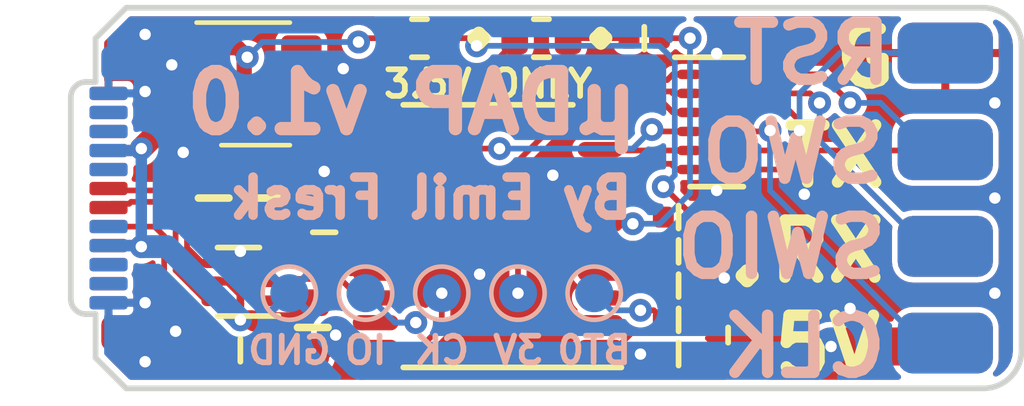
<source format=kicad_pcb>
(kicad_pcb (version 20171130) (host pcbnew 5.1.4)

  (general
    (thickness 0.7)
    (drawings 30)
    (tracks 262)
    (zones 0)
    (modules 25)
    (nets 46)
  )

  (page A4)
  (layers
    (0 F.Cu signal)
    (31 B.Cu signal)
    (32 B.Adhes user)
    (33 F.Adhes user)
    (34 B.Paste user)
    (35 F.Paste user)
    (36 B.SilkS user)
    (37 F.SilkS user)
    (38 B.Mask user)
    (39 F.Mask user)
    (40 Dwgs.User user)
    (41 Cmts.User user)
    (42 Eco1.User user)
    (43 Eco2.User user)
    (44 Edge.Cuts user)
    (45 Margin user)
    (46 B.CrtYd user)
    (47 F.CrtYd user)
    (48 B.Fab user)
    (49 F.Fab user)
  )

  (setup
    (last_trace_width 0.15)
    (user_trace_width 0.15)
    (user_trace_width 0.6)
    (trace_clearance 0.15)
    (zone_clearance 0.15)
    (zone_45_only no)
    (trace_min 0.15)
    (via_size 0.6)
    (via_drill 0.3)
    (via_min_size 0.4)
    (via_min_drill 0.3)
    (uvia_size 0.3)
    (uvia_drill 0.1)
    (uvias_allowed no)
    (uvia_min_size 0.2)
    (uvia_min_drill 0.1)
    (edge_width 0.15)
    (segment_width 0.15)
    (pcb_text_width 0.3)
    (pcb_text_size 1.5 1.5)
    (mod_edge_width 0.1)
    (mod_text_size 0.6 0.6)
    (mod_text_width 0.15)
    (pad_size 1.524 1.524)
    (pad_drill 0.762)
    (pad_to_mask_clearance 0.05)
    (solder_mask_min_width 0.07)
    (aux_axis_origin 0 0)
    (visible_elements FFFFFFFF)
    (pcbplotparams
      (layerselection 0x011f8_ffffffff)
      (usegerberextensions false)
      (usegerberattributes false)
      (usegerberadvancedattributes false)
      (creategerberjobfile false)
      (excludeedgelayer true)
      (linewidth 0.100000)
      (plotframeref false)
      (viasonmask false)
      (mode 1)
      (useauxorigin false)
      (hpglpennumber 1)
      (hpglpenspeed 20)
      (hpglpendiameter 15.000000)
      (psnegative false)
      (psa4output false)
      (plotreference true)
      (plotvalue true)
      (plotinvisibletext false)
      (padsonsilk false)
      (subtractmaskfromsilk true)
      (outputformat 1)
      (mirror false)
      (drillshape 0)
      (scaleselection 1)
      (outputdirectory "gerbers/"))
  )

  (net 0 "")
  (net 1 +3V3)
  (net 2 GND)
  (net 3 +5V)
  (net 4 /DM)
  (net 5 /DP)
  (net 6 "Net-(U2-Pad4)")
  (net 7 "Net-(F1-Pad1)")
  (net 8 /core/DP_P)
  (net 9 /core/BOOT0)
  (net 10 /core/SWCLK)
  (net 11 /core/SWDIO)
  (net 12 /core/DM_P)
  (net 13 /core/NRST)
  (net 14 "Net-(D2-Pad2)")
  (net 15 "Net-(P1-PadA5)")
  (net 16 "Net-(P1-PadA2)")
  (net 17 "Net-(P1-PadA3)")
  (net 18 "Net-(P1-PadA8)")
  (net 19 "Net-(P1-PadA10)")
  (net 20 "Net-(P1-PadA11)")
  (net 21 "Net-(P1-PadB2)")
  (net 22 "Net-(P1-PadB3)")
  (net 23 "Net-(P1-PadB5)")
  (net 24 "Net-(P1-PadB8)")
  (net 25 "Net-(P1-PadB10)")
  (net 26 "Net-(P1-PadB11)")
  (net 27 /core/TGT_SWOo)
  (net 28 /core/TGT_SWDIOo)
  (net 29 /core/TGT_SWCLKo)
  (net 30 /core/TGT_TXo)
  (net 31 /core/TGT_RXo)
  (net 32 /core/TGT_RSTo)
  (net 33 /core/LED0)
  (net 34 /core/LED1)
  (net 35 /core/TGT_TX)
  (net 36 /core/TGT_RX)
  (net 37 /core/TGT_SWCLK)
  (net 38 /core/TGT_RST)
  (net 39 /core/TGT_SWDIO)
  (net 40 /core/TGT_SWO)
  (net 41 "Net-(U202-Pad3)")
  (net 42 "Net-(U202-Pad2)")
  (net 43 "Net-(U202-Pad10)")
  (net 44 "Net-(D1-Pad1)")
  (net 45 "Net-(D201-Pad1)")

  (net_class Default "This is the default net class."
    (clearance 0.15)
    (trace_width 0.15)
    (via_dia 0.6)
    (via_drill 0.3)
    (uvia_dia 0.3)
    (uvia_drill 0.1)
    (add_net /DM)
    (add_net /DP)
    (add_net /core/BOOT0)
    (add_net /core/DM_P)
    (add_net /core/DP_P)
    (add_net /core/LED0)
    (add_net /core/LED1)
    (add_net /core/NRST)
    (add_net /core/SWCLK)
    (add_net /core/SWDIO)
    (add_net /core/TGT_RST)
    (add_net /core/TGT_RSTo)
    (add_net /core/TGT_RX)
    (add_net /core/TGT_RXo)
    (add_net /core/TGT_SWCLK)
    (add_net /core/TGT_SWCLKo)
    (add_net /core/TGT_SWDIO)
    (add_net /core/TGT_SWDIOo)
    (add_net /core/TGT_SWO)
    (add_net /core/TGT_SWOo)
    (add_net /core/TGT_TX)
    (add_net /core/TGT_TXo)
    (add_net GND)
    (add_net "Net-(D1-Pad1)")
    (add_net "Net-(D2-Pad2)")
    (add_net "Net-(D201-Pad1)")
    (add_net "Net-(F1-Pad1)")
    (add_net "Net-(P1-PadA10)")
    (add_net "Net-(P1-PadA11)")
    (add_net "Net-(P1-PadA2)")
    (add_net "Net-(P1-PadA3)")
    (add_net "Net-(P1-PadA5)")
    (add_net "Net-(P1-PadA8)")
    (add_net "Net-(P1-PadB10)")
    (add_net "Net-(P1-PadB11)")
    (add_net "Net-(P1-PadB2)")
    (add_net "Net-(P1-PadB3)")
    (add_net "Net-(P1-PadB5)")
    (add_net "Net-(P1-PadB8)")
    (add_net "Net-(U2-Pad4)")
    (add_net "Net-(U202-Pad10)")
    (add_net "Net-(U202-Pad2)")
    (add_net "Net-(U202-Pad3)")
  )

  (net_class Power ""
    (clearance 0.15)
    (trace_width 0.6)
    (via_dia 0.6)
    (via_drill 0.3)
    (uvia_dia 0.3)
    (uvia_drill 0.1)
    (add_net +3V3)
    (add_net +5V)
  )

  (module sot:SOT-23-5 (layer F.Cu) (tedit 5C34806B) (tstamp 5D521C9F)
    (at 94.4 103)
    (descr "5-pin SOT23 package")
    (tags SOT-23-5)
    (path /5ABFD4E7/5ABD702A)
    (attr smd)
    (fp_text reference U2 (at 0 2.2) (layer F.SilkS) hide
      (effects (font (size 0.6 0.6) (thickness 0.13)))
    )
    (fp_text value MIC5245-3.3YM5 (at 1.3 0 90) (layer F.Fab)
      (effects (font (size 0.3 0.3) (thickness 0.05)))
    )
    (fp_line (start 0.9 -1.55) (end 0.9 1.55) (layer F.Fab) (width 0.15))
    (fp_line (start 0.9 1.55) (end -0.9 1.55) (layer F.Fab) (width 0.15))
    (fp_line (start -0.9 -0.9) (end -0.9 1.55) (layer F.Fab) (width 0.15))
    (fp_line (start 0.9 -1.55) (end -0.25 -1.55) (layer F.Fab) (width 0.15))
    (fp_line (start -0.9 -0.9) (end -0.25 -1.55) (layer F.Fab) (width 0.15))
    (fp_line (start -1.9 1.8) (end -1.9 -1.8) (layer F.CrtYd) (width 0.05))
    (fp_line (start 1.9 1.8) (end -1.9 1.8) (layer F.CrtYd) (width 0.05))
    (fp_line (start 1.9 -1.8) (end 1.9 1.8) (layer F.CrtYd) (width 0.05))
    (fp_line (start -1.9 -1.8) (end 1.9 -1.8) (layer F.CrtYd) (width 0.05))
    (fp_line (start 0.9 -1.61) (end -1.55 -1.61) (layer F.SilkS) (width 0.12))
    (fp_line (start -0.9 1.61) (end 0.9 1.61) (layer F.SilkS) (width 0.12))
    (fp_text user %R (at 0 0 90) (layer F.Fab)
      (effects (font (size 0.6 0.6) (thickness 0.1)))
    )
    (pad 5 smd roundrect (at 1.2 -0.95) (size 1.06 0.65) (layers F.Cu F.Paste F.Mask) (roundrect_rratio 0.25)
      (net 1 +3V3))
    (pad 4 smd roundrect (at 1.2 0.95) (size 1.06 0.65) (layers F.Cu F.Paste F.Mask) (roundrect_rratio 0.25)
      (net 6 "Net-(U2-Pad4)"))
    (pad 3 smd roundrect (at -1.2 0.95) (size 1.06 0.65) (layers F.Cu F.Paste F.Mask) (roundrect_rratio 0.25)
      (net 3 +5V))
    (pad 2 smd roundrect (at -1.2 0) (size 1.06 0.65) (layers F.Cu F.Paste F.Mask) (roundrect_rratio 0.25)
      (net 2 GND))
    (pad 1 smd roundrect (at -1.2 -0.95) (size 1.06 0.65) (layers F.Cu F.Paste F.Mask) (roundrect_rratio 0.25)
      (net 3 +5V))
    (model ${KISYS3DMOD}/Package_TO_SOT_SMD.3dshapes/SOT-23-5.step
      (at (xyz 0 0 0))
      (scale (xyz 1 1 1))
      (rotate (xyz 0 0 0))
    )
  )

  (module sop:TSSOP-20_4.4x6.5mm_P0.65mm (layer F.Cu) (tedit 5D51C1CF) (tstamp 5D522DA5)
    (at 100.5 107 180)
    (descr "20-Lead Plastic Thin Shrink Small Outline (ST)-4.4 mm Body [TSSOP] (see Microchip Packaging Specification 00000049BS.pdf)")
    (tags "SSOP 0.65")
    (path /5ABFD4E7/5D52BE9C)
    (attr smd)
    (fp_text reference U202 (at 0 -4.3) (layer F.SilkS) hide
      (effects (font (size 0.7 0.7) (thickness 0.13)))
    )
    (fp_text value STM32F042F6Px (at 0 3.7) (layer F.Fab)
      (effects (font (size 0.4 0.4) (thickness 0.07)))
    )
    (fp_text user %R (at 0 0) (layer F.Fab)
      (effects (font (size 0.6 0.6) (thickness 0.1)))
    )
    (fp_line (start -3.5 -3.45) (end 2.225 -3.45) (layer F.SilkS) (width 0.15))
    (fp_line (start -2.225 3.45) (end 2.225 3.45) (layer F.SilkS) (width 0.15))
    (fp_line (start -3.6 3.6) (end 3.6 3.6) (layer F.CrtYd) (width 0.05))
    (fp_line (start -3.6 -3.6) (end 3.6 -3.6) (layer F.CrtYd) (width 0.05))
    (fp_line (start 3.6 -3.6) (end 3.6 3.6) (layer F.CrtYd) (width 0.05))
    (fp_line (start -3.6 -3.6) (end -3.6 3.6) (layer F.CrtYd) (width 0.05))
    (fp_line (start -2.2 -2.25) (end -1.2 -3.25) (layer F.Fab) (width 0.15))
    (fp_line (start -2.2 3.25) (end -2.2 -2.25) (layer F.Fab) (width 0.15))
    (fp_line (start 2.2 3.25) (end -2.2 3.25) (layer F.Fab) (width 0.15))
    (fp_line (start 2.2 -3.25) (end 2.2 3.25) (layer F.Fab) (width 0.15))
    (fp_line (start -1.2 -3.25) (end 2.2 -3.25) (layer F.Fab) (width 0.15))
    (pad 20 smd oval (at 2.95 -2.925 180) (size 1.2 0.4) (layers F.Cu F.Paste F.Mask)
      (net 10 /core/SWCLK))
    (pad 19 smd oval (at 2.95 -2.275 180) (size 1.2 0.4) (layers F.Cu F.Paste F.Mask)
      (net 11 /core/SWDIO))
    (pad 18 smd oval (at 2.95 -1.625 180) (size 1.2 0.4) (layers F.Cu F.Paste F.Mask)
      (net 8 /core/DP_P))
    (pad 17 smd oval (at 2.95 -0.975 180) (size 1.2 0.4) (layers F.Cu F.Paste F.Mask)
      (net 12 /core/DM_P))
    (pad 16 smd oval (at 2.95 -0.325 180) (size 1.2 0.4) (layers F.Cu F.Paste F.Mask)
      (net 1 +3V3))
    (pad 15 smd oval (at 2.95 0.325 180) (size 1.2 0.4) (layers F.Cu F.Paste F.Mask)
      (net 2 GND))
    (pad 14 smd oval (at 2.95 0.975 180) (size 1.2 0.4) (layers F.Cu F.Paste F.Mask)
      (net 38 /core/TGT_RST))
    (pad 13 smd oval (at 2.95 1.625 180) (size 1.2 0.4) (layers F.Cu F.Paste F.Mask)
      (net 40 /core/TGT_SWO))
    (pad 12 smd oval (at 2.95 2.275 180) (size 1.2 0.4) (layers F.Cu F.Paste F.Mask)
      (net 37 /core/TGT_SWCLK))
    (pad 11 smd oval (at 2.95 2.925 180) (size 1.2 0.4) (layers F.Cu F.Paste F.Mask)
      (net 39 /core/TGT_SWDIO))
    (pad 10 smd oval (at -2.95 2.925 180) (size 1.2 0.4) (layers F.Cu F.Paste F.Mask)
      (net 43 "Net-(U202-Pad10)"))
    (pad 9 smd oval (at -2.95 2.275 180) (size 1.2 0.4) (layers F.Cu F.Paste F.Mask)
      (net 35 /core/TGT_TX))
    (pad 8 smd oval (at -2.95 1.625 180) (size 1.2 0.4) (layers F.Cu F.Paste F.Mask)
      (net 36 /core/TGT_RX))
    (pad 7 smd oval (at -2.95 0.975 180) (size 1.2 0.4) (layers F.Cu F.Paste F.Mask)
      (net 34 /core/LED1))
    (pad 6 smd oval (at -2.95 0.325 180) (size 1.2 0.4) (layers F.Cu F.Paste F.Mask)
      (net 33 /core/LED0))
    (pad 5 smd oval (at -2.95 -0.325 180) (size 1.2 0.4) (layers F.Cu F.Paste F.Mask)
      (net 1 +3V3))
    (pad 4 smd oval (at -2.95 -0.975 180) (size 1.2 0.4) (layers F.Cu F.Paste F.Mask)
      (net 13 /core/NRST))
    (pad 3 smd oval (at -2.95 -1.625 180) (size 1.2 0.4) (layers F.Cu F.Paste F.Mask)
      (net 41 "Net-(U202-Pad3)"))
    (pad 2 smd oval (at -2.95 -2.275 180) (size 1.2 0.4) (layers F.Cu F.Paste F.Mask)
      (net 42 "Net-(U202-Pad2)"))
    (pad 1 smd oval (at -2.95 -2.925 180) (size 1.2 0.4) (layers F.Cu F.Paste F.Mask)
      (net 9 /core/BOOT0))
    (model ${KISYS3DMOD}/Package_SO.3dshapes/TSSOP-20_4.4x6.5mm_P0.65mm.wrl
      (at (xyz 0 0 0))
      (scale (xyz 1 1 1))
      (rotate (xyz 0 0 0))
    )
  )

  (module passive:R_0402 (layer F.Cu) (tedit 5CA88E29) (tstamp 5D521C12)
    (at 104.6 101.8 180)
    (descr "Resistor SMD 0402 (1005 Metric), square (rectangular) end terminal, IPC_7351 nominal, (Body size source: http://www.tortai-tech.com/upload/download/2011102023233369053.pdf), generated with kicad-footprint-generator")
    (tags resistor)
    (path /5ABFD4E7/5ABD711F)
    (attr smd)
    (fp_text reference R1 (at -1.8 0) (layer F.SilkS) hide
      (effects (font (size 0.6 0.6) (thickness 0.13)))
    )
    (fp_text value 470 (at 0 0.45) (layer F.Fab)
      (effects (font (size 0.2 0.2) (thickness 0.03)))
    )
    (fp_line (start 0 -0.3) (end 0 0.3) (layer F.SilkS) (width 0.15))
    (fp_line (start -0.5 0.25) (end -0.5 -0.25) (layer F.Fab) (width 0.1))
    (fp_line (start -0.5 -0.25) (end 0.5 -0.25) (layer F.Fab) (width 0.1))
    (fp_line (start 0.5 -0.25) (end 0.5 0.25) (layer F.Fab) (width 0.1))
    (fp_line (start 0.5 0.25) (end -0.5 0.25) (layer F.Fab) (width 0.1))
    (fp_line (start -0.8 0.4) (end -0.8 -0.4) (layer F.CrtYd) (width 0.05))
    (fp_line (start -0.8 -0.4) (end 0.8 -0.4) (layer F.CrtYd) (width 0.05))
    (fp_line (start 0.8 -0.4) (end 0.8 0.4) (layer F.CrtYd) (width 0.05))
    (fp_line (start 0.8 0.4) (end -0.8 0.4) (layer F.CrtYd) (width 0.05))
    (fp_text user %R (at 0 0) (layer F.Fab)
      (effects (font (size 0.2 0.2) (thickness 0.03)))
    )
    (pad 1 smd roundrect (at -0.4 0 180) (size 0.55 0.55) (layers F.Cu F.Paste F.Mask) (roundrect_rratio 0.25)
      (net 33 /core/LED0))
    (pad 2 smd roundrect (at 0.4 0 180) (size 0.55 0.55) (layers F.Cu F.Paste F.Mask) (roundrect_rratio 0.25)
      (net 44 "Net-(D1-Pad1)"))
    (model ${KISYS3DMOD}/Resistor_SMD.3dshapes/R_0402_1005Metric.step
      (at (xyz 0 0 0))
      (scale (xyz 1 1 1))
      (rotate (xyz 0 0 0))
    )
  )

  (module dfn:DFN-12-1EP_1.35x3mm_P0.5mm (layer F.Cu) (tedit 5D51B941) (tstamp 5D521CD2)
    (at 106.5 104)
    (descr "DHC Package; 16-Lead Plastic DFN (5mm x 3mm) (see Linear Technology DFN_16_05-08-1706.pdf)")
    (tags "DFN 0.5")
    (path /5ABFD4E7/5D62525D)
    (attr smd)
    (fp_text reference U201 (at 0 -2.3) (layer F.SilkS) hide
      (effects (font (size 0.6 0.6) (thickness 0.13)))
    )
    (fp_text value NUF6401MNT1 (at 0 1.9) (layer F.Fab)
      (effects (font (size 0.3 0.3) (thickness 0.05)))
    )
    (fp_line (start -1.1 -1.7) (end 0.7 -1.7) (layer F.SilkS) (width 0.15))
    (fp_line (start -0.7 1.7) (end 0.7 1.7) (layer F.SilkS) (width 0.15))
    (fp_line (start -1.1 1.8) (end 1.1 1.8) (layer F.CrtYd) (width 0.05))
    (fp_line (start -1.1 -1.8) (end 1.1 -1.8) (layer F.CrtYd) (width 0.05))
    (fp_line (start 1.1 -1.8) (end 1.1 1.8) (layer F.CrtYd) (width 0.05))
    (fp_line (start -1.1 -1.8) (end -1.1 1.8) (layer F.CrtYd) (width 0.05))
    (fp_line (start -0.7 -1.1) (end -0.3 -1.5) (layer F.Fab) (width 0.15))
    (fp_line (start -0.7 1.5) (end -0.7 -1.1) (layer F.Fab) (width 0.15))
    (fp_line (start 0.7 1.5) (end -0.7 1.5) (layer F.Fab) (width 0.15))
    (fp_line (start 0.7 -1.5) (end 0.7 1.5) (layer F.Fab) (width 0.15))
    (fp_line (start -0.3 -1.5) (end 0.7 -1.5) (layer F.Fab) (width 0.15))
    (fp_text user %R (at 0 0 90) (layer F.Fab)
      (effects (font (size 0.4 0.4) (thickness 0.07)))
    )
    (pad 13 smd roundrect (at 0 0) (size 0.34 2.35) (layers F.Cu F.Paste F.Mask) (roundrect_rratio 0.25)
      (net 2 GND) (solder_paste_margin -0.1))
    (pad 12 smd roundrect (at 0.725 -1.25) (size 0.65 0.25) (layers F.Cu F.Paste F.Mask) (roundrect_rratio 0.5)
      (net 27 /core/TGT_SWOo))
    (pad 11 smd roundrect (at 0.725 -0.75) (size 0.65 0.25) (layers F.Cu F.Paste F.Mask) (roundrect_rratio 0.5)
      (net 28 /core/TGT_SWDIOo))
    (pad 10 smd roundrect (at 0.725 -0.25) (size 0.65 0.25) (layers F.Cu F.Paste F.Mask) (roundrect_rratio 0.5)
      (net 32 /core/TGT_RSTo))
    (pad 9 smd roundrect (at 0.725 0.25) (size 0.65 0.25) (layers F.Cu F.Paste F.Mask) (roundrect_rratio 0.5)
      (net 29 /core/TGT_SWCLKo))
    (pad 8 smd roundrect (at 0.725 0.75) (size 0.65 0.25) (layers F.Cu F.Paste F.Mask) (roundrect_rratio 0.5)
      (net 30 /core/TGT_TXo))
    (pad 7 smd roundrect (at 0.725 1.25) (size 0.65 0.25) (layers F.Cu F.Paste F.Mask) (roundrect_rratio 0.5)
      (net 31 /core/TGT_RXo))
    (pad 6 smd roundrect (at -0.725 1.25) (size 0.65 0.25) (layers F.Cu F.Paste F.Mask) (roundrect_rratio 0.5)
      (net 36 /core/TGT_RX))
    (pad 5 smd roundrect (at -0.725 0.75) (size 0.65 0.25) (layers F.Cu F.Paste F.Mask) (roundrect_rratio 0.5)
      (net 35 /core/TGT_TX))
    (pad 4 smd roundrect (at -0.725 0.25) (size 0.65 0.25) (layers F.Cu F.Paste F.Mask) (roundrect_rratio 0.5)
      (net 37 /core/TGT_SWCLK))
    (pad 3 smd roundrect (at -0.725 -0.25) (size 0.65 0.25) (layers F.Cu F.Paste F.Mask) (roundrect_rratio 0.5)
      (net 38 /core/TGT_RST))
    (pad 2 smd roundrect (at -0.725 -0.75) (size 0.65 0.25) (layers F.Cu F.Paste F.Mask) (roundrect_rratio 0.5)
      (net 39 /core/TGT_SWDIO))
    (pad 1 smd roundrect (at -0.725 -1.25) (size 0.65 0.25) (layers F.Cu F.Paste F.Mask) (roundrect_rratio 0.5)
      (net 40 /core/TGT_SWO))
    (model ${KISYS3DMOD}/Package_DFN_QFN.3dshapes/TDFN-12_2x3mm_P0.5mm.step
      (at (xyz 0 0 0))
      (scale (xyz 0.8 1 1))
      (rotate (xyz 0 0 0))
    )
  )

  (module dfn:DFN-6-1EP_1.2x1.6mm_P0.5mm (layer F.Cu) (tedit 5ABF4DC5) (tstamp 5D521CB5)
    (at 94 108.2 180)
    (descr "DC6 Package; 6-Lead Plastic DFN (2mm x 2mm) (see Linear Technology DFN_6_05-08-1703.pdf)")
    (tags "DFN 0.5")
    (path /5ABFD4E7/5ABD71A7)
    (attr smd)
    (fp_text reference U4 (at 0 -1.5) (layer F.SilkS) hide
      (effects (font (size 0.6 0.6) (thickness 0.13)))
    )
    (fp_text value NUF2042XV6T1G (at 0 1.4) (layer F.Fab)
      (effects (font (size 0.3 0.3) (thickness 0.05)))
    )
    (fp_line (start -1 -0.9) (end 0.6 -0.9) (layer F.SilkS) (width 0.15))
    (fp_line (start -0.5 0.9) (end 0.6 0.9) (layer F.SilkS) (width 0.15))
    (fp_line (start -1.1 0.9) (end 1.1 0.9) (layer F.CrtYd) (width 0.05))
    (fp_line (start -1.1 -0.9) (end 1.1 -0.9) (layer F.CrtYd) (width 0.05))
    (fp_line (start 1.1 -0.9) (end 1.1 0.9) (layer F.CrtYd) (width 0.05))
    (fp_line (start -1.1 -0.9) (end -1.1 0.9) (layer F.CrtYd) (width 0.05))
    (fp_line (start -0.7 -0.4) (end -0.3 -0.8) (layer F.Fab) (width 0.15))
    (fp_line (start -0.7 0.8) (end -0.7 -0.4) (layer F.Fab) (width 0.15))
    (fp_line (start 0.7 0.8) (end -0.7 0.8) (layer F.Fab) (width 0.15))
    (fp_line (start 0.7 -0.8) (end 0.7 0.8) (layer F.Fab) (width 0.15))
    (fp_line (start -0.3 -0.8) (end 0.7 -0.8) (layer F.Fab) (width 0.15))
    (fp_text user %R (at 0 0 90) (layer F.Fab)
      (effects (font (size 0.4 0.4) (thickness 0.05)))
    )
    (pad 6 smd roundrect (at 0.725 -0.5 180) (size 0.6 0.28) (layers F.Cu F.Paste F.Mask) (roundrect_rratio 0.5)
      (net 5 /DP))
    (pad 5 smd roundrect (at 0.725 0 180) (size 0.6 0.28) (layers F.Cu F.Paste F.Mask) (roundrect_rratio 0.5)
      (net 3 +5V))
    (pad 4 smd roundrect (at 0.725 0.5 180) (size 0.6 0.28) (layers F.Cu F.Paste F.Mask) (roundrect_rratio 0.5)
      (net 4 /DM))
    (pad 3 smd roundrect (at -0.725 0.5 180) (size 0.6 0.28) (layers F.Cu F.Paste F.Mask) (roundrect_rratio 0.5)
      (net 12 /core/DM_P))
    (pad 2 smd roundrect (at -0.725 0 180) (size 0.6 0.28) (layers F.Cu F.Paste F.Mask) (roundrect_rratio 0.5)
      (net 2 GND))
    (pad 1 smd roundrect (at -0.725 -0.5 180) (size 0.6 0.28) (layers F.Cu F.Paste F.Mask) (roundrect_rratio 0.5)
      (net 8 /core/DP_P))
    (model ${KIPRJMOD}/kicad_libs/3dmodels/step/SOT563.step
      (at (xyz 0 0 0))
      (scale (xyz 1 1 1))
      (rotate (xyz 0 0 0))
    )
  )

  (module TestPoint:TestPoint_Pad_D1.0mm (layer B.Cu) (tedit 5A0F774F) (tstamp 5D521C8A)
    (at 103.2855 108.5)
    (descr "SMD pad as test Point, diameter 1.0mm")
    (tags "test point SMD pad")
    (path /5ABFD4E7/5D615345)
    (attr virtual)
    (fp_text reference TP202 (at 0 1.448) (layer B.SilkS) hide
      (effects (font (size 1 1) (thickness 0.15)) (justify mirror))
    )
    (fp_text value Test_Point (at 0 -1.55) (layer B.Fab)
      (effects (font (size 1 1) (thickness 0.15)) (justify mirror))
    )
    (fp_circle (center 0 0) (end 0 -0.7) (layer B.SilkS) (width 0.12))
    (fp_circle (center 0 0) (end 1 0) (layer B.CrtYd) (width 0.05))
    (fp_text user %R (at 0 1.45) (layer B.Fab)
      (effects (font (size 1 1) (thickness 0.15)) (justify mirror))
    )
    (pad 1 smd circle (at 0 0) (size 1 1) (layers B.Cu B.Mask)
      (net 9 /core/BOOT0))
  )

  (module TestPoint:TestPoint_Pad_D1.0mm (layer B.Cu) (tedit 5A0F774F) (tstamp 5D521C82)
    (at 101.2855 108.5)
    (descr "SMD pad as test Point, diameter 1.0mm")
    (tags "test point SMD pad")
    (path /5ABFD4E7/5D61D37D)
    (attr virtual)
    (fp_text reference TP201 (at 0 1.448) (layer B.SilkS) hide
      (effects (font (size 1 1) (thickness 0.15)) (justify mirror))
    )
    (fp_text value Test_Point (at 0 -1.55) (layer B.Fab)
      (effects (font (size 1 1) (thickness 0.15)) (justify mirror))
    )
    (fp_circle (center 0 0) (end 0 -0.7) (layer B.SilkS) (width 0.12))
    (fp_circle (center 0 0) (end 1 0) (layer B.CrtYd) (width 0.05))
    (fp_text user %R (at 0 1.45) (layer B.Fab)
      (effects (font (size 1 1) (thickness 0.15)) (justify mirror))
    )
    (pad 1 smd circle (at 0 0) (size 1 1) (layers B.Cu B.Mask)
      (net 1 +3V3))
  )

  (module TestPoint:TestPoint_Pad_D1.0mm (layer B.Cu) (tedit 5A0F774F) (tstamp 5D521C7A)
    (at 95.2855 108.5)
    (descr "SMD pad as test Point, diameter 1.0mm")
    (tags "test point SMD pad")
    (path /5ABFD4E7/5ABD70D3)
    (attr virtual)
    (fp_text reference TP3 (at 0 1.448) (layer B.SilkS) hide
      (effects (font (size 1 1) (thickness 0.15)) (justify mirror))
    )
    (fp_text value Test_Point (at 0 -1.55) (layer B.Fab)
      (effects (font (size 1 1) (thickness 0.15)) (justify mirror))
    )
    (fp_circle (center 0 0) (end 0 -0.7) (layer B.SilkS) (width 0.12))
    (fp_circle (center 0 0) (end 1 0) (layer B.CrtYd) (width 0.05))
    (fp_text user %R (at 0 1.45) (layer B.Fab)
      (effects (font (size 1 1) (thickness 0.15)) (justify mirror))
    )
    (pad 1 smd circle (at 0 0) (size 1 1) (layers B.Cu B.Mask)
      (net 2 GND))
  )

  (module TestPoint:TestPoint_Pad_D1.0mm (layer B.Cu) (tedit 5A0F774F) (tstamp 5D521C72)
    (at 99.2855 108.5)
    (descr "SMD pad as test Point, diameter 1.0mm")
    (tags "test point SMD pad")
    (path /5ABFD4E7/5ABD70C5)
    (attr virtual)
    (fp_text reference TP2 (at 0 1.448) (layer B.SilkS) hide
      (effects (font (size 1 1) (thickness 0.15)) (justify mirror))
    )
    (fp_text value Test_Point (at 0 -1.55) (layer B.Fab)
      (effects (font (size 1 1) (thickness 0.15)) (justify mirror))
    )
    (fp_circle (center 0 0) (end 0 -0.7) (layer B.SilkS) (width 0.12))
    (fp_circle (center 0 0) (end 1 0) (layer B.CrtYd) (width 0.05))
    (fp_text user %R (at 0 1.45) (layer B.Fab)
      (effects (font (size 1 1) (thickness 0.15)) (justify mirror))
    )
    (pad 1 smd circle (at 0 0) (size 1 1) (layers B.Cu B.Mask)
      (net 10 /core/SWCLK))
  )

  (module TestPoint:TestPoint_Pad_D1.0mm (layer B.Cu) (tedit 5A0F774F) (tstamp 5D521C6A)
    (at 97.2855 108.5)
    (descr "SMD pad as test Point, diameter 1.0mm")
    (tags "test point SMD pad")
    (path /5ABFD4E7/5ABD70BE)
    (attr virtual)
    (fp_text reference TP1 (at 0 1.448) (layer B.SilkS) hide
      (effects (font (size 1 1) (thickness 0.15)) (justify mirror))
    )
    (fp_text value Test_Point (at 0 -1.55) (layer B.Fab)
      (effects (font (size 1 1) (thickness 0.15)) (justify mirror))
    )
    (fp_circle (center 0 0) (end 0 -0.7) (layer B.SilkS) (width 0.12))
    (fp_circle (center 0 0) (end 1 0) (layer B.CrtYd) (width 0.05))
    (fp_text user %R (at 0 1.45) (layer B.Fab)
      (effects (font (size 1 1) (thickness 0.15)) (justify mirror))
    )
    (pad 1 smd circle (at 0 0) (size 1 1) (layers B.Cu B.Mask)
      (net 11 /core/SWDIO))
  )

  (module passive:R_0402 (layer F.Cu) (tedit 5CA88E29) (tstamp 5D7A0D22)
    (at 105.5 106.5)
    (descr "Resistor SMD 0402 (1005 Metric), square (rectangular) end terminal, IPC_7351 nominal, (Body size source: http://www.tortai-tech.com/upload/download/2011102023233369053.pdf), generated with kicad-footprint-generator")
    (tags resistor)
    (path /5ABFD4E7/5D5ECA56)
    (attr smd)
    (fp_text reference R202 (at -1.8 0) (layer F.SilkS) hide
      (effects (font (size 0.6 0.6) (thickness 0.13)))
    )
    (fp_text value 470 (at 0 0.45) (layer F.Fab)
      (effects (font (size 0.2 0.2) (thickness 0.03)))
    )
    (fp_line (start 0 -0.3) (end 0 0.3) (layer F.SilkS) (width 0.15))
    (fp_line (start -0.5 0.25) (end -0.5 -0.25) (layer F.Fab) (width 0.1))
    (fp_line (start -0.5 -0.25) (end 0.5 -0.25) (layer F.Fab) (width 0.1))
    (fp_line (start 0.5 -0.25) (end 0.5 0.25) (layer F.Fab) (width 0.1))
    (fp_line (start 0.5 0.25) (end -0.5 0.25) (layer F.Fab) (width 0.1))
    (fp_line (start -0.8 0.4) (end -0.8 -0.4) (layer F.CrtYd) (width 0.05))
    (fp_line (start -0.8 -0.4) (end 0.8 -0.4) (layer F.CrtYd) (width 0.05))
    (fp_line (start 0.8 -0.4) (end 0.8 0.4) (layer F.CrtYd) (width 0.05))
    (fp_line (start 0.8 0.4) (end -0.8 0.4) (layer F.CrtYd) (width 0.05))
    (fp_text user %R (at 0 0) (layer F.Fab)
      (effects (font (size 0.2 0.2) (thickness 0.03)))
    )
    (pad 1 smd roundrect (at -0.4 0) (size 0.55 0.55) (layers F.Cu F.Paste F.Mask) (roundrect_rratio 0.25)
      (net 34 /core/LED1))
    (pad 2 smd roundrect (at 0.4 0) (size 0.55 0.55) (layers F.Cu F.Paste F.Mask) (roundrect_rratio 0.25)
      (net 45 "Net-(D201-Pad1)"))
    (model ${KISYS3DMOD}/Resistor_SMD.3dshapes/R_0402_1005Metric.step
      (at (xyz 0 0 0))
      (scale (xyz 1 1 1))
      (rotate (xyz 0 0 0))
    )
  )

  (module passive:R_0402 (layer F.Cu) (tedit 5CA88E29) (tstamp 5D521C42)
    (at 105.5 109.2)
    (descr "Resistor SMD 0402 (1005 Metric), square (rectangular) end terminal, IPC_7351 nominal, (Body size source: http://www.tortai-tech.com/upload/download/2011102023233369053.pdf), generated with kicad-footprint-generator")
    (tags resistor)
    (path /5ABFD4E7/5D60E08E)
    (attr smd)
    (fp_text reference R201 (at -1.8 0) (layer F.SilkS) hide
      (effects (font (size 0.6 0.6) (thickness 0.13)))
    )
    (fp_text value 5.1k (at 0 0.45) (layer F.Fab)
      (effects (font (size 0.2 0.2) (thickness 0.03)))
    )
    (fp_line (start 0 -0.3) (end 0 0.3) (layer F.SilkS) (width 0.15))
    (fp_line (start -0.5 0.25) (end -0.5 -0.25) (layer F.Fab) (width 0.1))
    (fp_line (start -0.5 -0.25) (end 0.5 -0.25) (layer F.Fab) (width 0.1))
    (fp_line (start 0.5 -0.25) (end 0.5 0.25) (layer F.Fab) (width 0.1))
    (fp_line (start 0.5 0.25) (end -0.5 0.25) (layer F.Fab) (width 0.1))
    (fp_line (start -0.8 0.4) (end -0.8 -0.4) (layer F.CrtYd) (width 0.05))
    (fp_line (start -0.8 -0.4) (end 0.8 -0.4) (layer F.CrtYd) (width 0.05))
    (fp_line (start 0.8 -0.4) (end 0.8 0.4) (layer F.CrtYd) (width 0.05))
    (fp_line (start 0.8 0.4) (end -0.8 0.4) (layer F.CrtYd) (width 0.05))
    (fp_text user %R (at 0 0) (layer F.Fab)
      (effects (font (size 0.2 0.2) (thickness 0.03)))
    )
    (pad 1 smd roundrect (at -0.4 0) (size 0.55 0.55) (layers F.Cu F.Paste F.Mask) (roundrect_rratio 0.25)
      (net 9 /core/BOOT0))
    (pad 2 smd roundrect (at 0.4 0) (size 0.55 0.55) (layers F.Cu F.Paste F.Mask) (roundrect_rratio 0.25)
      (net 2 GND))
    (model ${KISYS3DMOD}/Resistor_SMD.3dshapes/R_0402_1005Metric.step
      (at (xyz 0 0 0))
      (scale (xyz 1 1 1))
      (rotate (xyz 0 0 0))
    )
  )

  (module passive:R_0402 (layer F.Cu) (tedit 5CA88E29) (tstamp 5D521C32)
    (at 94 110)
    (descr "Resistor SMD 0402 (1005 Metric), square (rectangular) end terminal, IPC_7351 nominal, (Body size source: http://www.tortai-tech.com/upload/download/2011102023233369053.pdf), generated with kicad-footprint-generator")
    (tags resistor)
    (path /5C2E65F4)
    (attr smd)
    (fp_text reference R3 (at -1.8 0) (layer F.SilkS) hide
      (effects (font (size 0.6 0.6) (thickness 0.13)))
    )
    (fp_text value 5.1k (at 0 0.45) (layer F.Fab)
      (effects (font (size 0.2 0.2) (thickness 0.03)))
    )
    (fp_line (start 0 -0.3) (end 0 0.3) (layer F.SilkS) (width 0.15))
    (fp_line (start -0.5 0.25) (end -0.5 -0.25) (layer F.Fab) (width 0.1))
    (fp_line (start -0.5 -0.25) (end 0.5 -0.25) (layer F.Fab) (width 0.1))
    (fp_line (start 0.5 -0.25) (end 0.5 0.25) (layer F.Fab) (width 0.1))
    (fp_line (start 0.5 0.25) (end -0.5 0.25) (layer F.Fab) (width 0.1))
    (fp_line (start -0.8 0.4) (end -0.8 -0.4) (layer F.CrtYd) (width 0.05))
    (fp_line (start -0.8 -0.4) (end 0.8 -0.4) (layer F.CrtYd) (width 0.05))
    (fp_line (start 0.8 -0.4) (end 0.8 0.4) (layer F.CrtYd) (width 0.05))
    (fp_line (start 0.8 0.4) (end -0.8 0.4) (layer F.CrtYd) (width 0.05))
    (fp_text user %R (at 0 0) (layer F.Fab)
      (effects (font (size 0.2 0.2) (thickness 0.03)))
    )
    (pad 1 smd roundrect (at -0.4 0) (size 0.55 0.55) (layers F.Cu F.Paste F.Mask) (roundrect_rratio 0.25)
      (net 15 "Net-(P1-PadA5)"))
    (pad 2 smd roundrect (at 0.4 0) (size 0.55 0.55) (layers F.Cu F.Paste F.Mask) (roundrect_rratio 0.25)
      (net 2 GND))
    (model ${KISYS3DMOD}/Resistor_SMD.3dshapes/R_0402_1005Metric.step
      (at (xyz 0 0 0))
      (scale (xyz 1 1 1))
      (rotate (xyz 0 0 0))
    )
  )

  (module passive:R_0402 (layer F.Cu) (tedit 5CA88E29) (tstamp 5D521C22)
    (at 105.5 110.1)
    (descr "Resistor SMD 0402 (1005 Metric), square (rectangular) end terminal, IPC_7351 nominal, (Body size source: http://www.tortai-tech.com/upload/download/2011102023233369053.pdf), generated with kicad-footprint-generator")
    (tags resistor)
    (path /5ABFD4E7/5BF3743D)
    (attr smd)
    (fp_text reference R2 (at -1.8 0) (layer F.SilkS) hide
      (effects (font (size 0.6 0.6) (thickness 0.13)))
    )
    (fp_text value 470 (at 0 0.45) (layer F.Fab)
      (effects (font (size 0.2 0.2) (thickness 0.03)))
    )
    (fp_line (start 0 -0.3) (end 0 0.3) (layer F.SilkS) (width 0.15))
    (fp_line (start -0.5 0.25) (end -0.5 -0.25) (layer F.Fab) (width 0.1))
    (fp_line (start -0.5 -0.25) (end 0.5 -0.25) (layer F.Fab) (width 0.1))
    (fp_line (start 0.5 -0.25) (end 0.5 0.25) (layer F.Fab) (width 0.1))
    (fp_line (start 0.5 0.25) (end -0.5 0.25) (layer F.Fab) (width 0.1))
    (fp_line (start -0.8 0.4) (end -0.8 -0.4) (layer F.CrtYd) (width 0.05))
    (fp_line (start -0.8 -0.4) (end 0.8 -0.4) (layer F.CrtYd) (width 0.05))
    (fp_line (start 0.8 -0.4) (end 0.8 0.4) (layer F.CrtYd) (width 0.05))
    (fp_line (start 0.8 0.4) (end -0.8 0.4) (layer F.CrtYd) (width 0.05))
    (fp_text user %R (at 0 0) (layer F.Fab)
      (effects (font (size 0.2 0.2) (thickness 0.03)))
    )
    (pad 1 smd roundrect (at -0.4 0) (size 0.55 0.55) (layers F.Cu F.Paste F.Mask) (roundrect_rratio 0.25)
      (net 7 "Net-(F1-Pad1)"))
    (pad 2 smd roundrect (at 0.4 0) (size 0.55 0.55) (layers F.Cu F.Paste F.Mask) (roundrect_rratio 0.25)
      (net 14 "Net-(D2-Pad2)"))
    (model ${KISYS3DMOD}/Resistor_SMD.3dshapes/R_0402_1005Metric.step
      (at (xyz 0 0 0))
      (scale (xyz 1 1 1))
      (rotate (xyz 0 0 0))
    )
  )

  (module connectors:2x4_2.54mm_side (layer F.Cu) (tedit 5A798188) (tstamp 5D522796)
    (at 112.5 106 90)
    (path /5ABFD4E7/5D65044F)
    (fp_text reference J201 (at 0 2.54 90) (layer F.SilkS) hide
      (effects (font (size 1 1) (thickness 0.15)))
    )
    (fp_text value Conn_02x04_Counter_Clockwise (at 0 -2.54 90) (layer F.Fab) hide
      (effects (font (size 1 1) (thickness 0.15)))
    )
    (pad 8 smd roundrect (at 3.81 0 90) (size 1.6 2.5) (layers B.Cu B.Mask) (roundrect_rratio 0.25)
      (net 32 /core/TGT_RSTo))
    (pad 7 smd roundrect (at 1.27 0 90) (size 1.6 2.5) (layers B.Cu B.Mask) (roundrect_rratio 0.25)
      (net 27 /core/TGT_SWOo))
    (pad 6 smd roundrect (at -1.27 0 90) (size 1.6 2.5) (layers B.Cu B.Mask) (roundrect_rratio 0.25)
      (net 28 /core/TGT_SWDIOo))
    (pad 5 smd roundrect (at -3.81 0 90) (size 1.6 2.5) (layers B.Cu B.Mask) (roundrect_rratio 0.25)
      (net 29 /core/TGT_SWCLKo))
    (pad 4 smd roundrect (at 3.81 0 90) (size 1.6 2.5) (layers F.Cu F.Mask) (roundrect_rratio 0.25)
      (net 2 GND))
    (pad 3 smd roundrect (at 1.27 0 90) (size 1.6 2.5) (layers F.Cu F.Mask) (roundrect_rratio 0.25)
      (net 30 /core/TGT_TXo))
    (pad 2 smd roundrect (at -1.27 0 90) (size 1.6 2.5) (layers F.Cu F.Mask) (roundrect_rratio 0.25)
      (net 31 /core/TGT_RXo))
    (pad 1 smd roundrect (at -3.81 0 90) (size 1.6 2.5) (layers F.Cu F.Mask) (roundrect_rratio 0.25)
      (net 7 "Net-(F1-Pad1)"))
    (model ${KISYS3DMOD}/Connector_PinHeader_2.54mm.3dshapes/PinHeader_2x04_P2.54mm_Vertical.wrl
      (offset (xyz 3.8 -2.5 0.4))
      (scale (xyz 1 1 1))
      (rotate (xyz 0 -90 90))
    )
  )

  (module passive:R_0603 (layer F.Cu) (tedit 5CA88E00) (tstamp 5D523C92)
    (at 95.9 109.4 90)
    (descr "Resistor SMD 0603 (1608 Metric), square (rectangular) end terminal, IPC_7351 nominal, (Body size source: http://www.tortai-tech.com/upload/download/2011102023233369053.pdf), generated with kicad-footprint-generator")
    (tags resistor)
    (path /5ABFD4E7/5ABD7179)
    (attr smd)
    (fp_text reference F1 (at -1.9 0 90) (layer F.SilkS) hide
      (effects (font (size 0.6 0.6) (thickness 0.13)))
    )
    (fp_text value MF-FSMF050X-2 (at 0 0.7 90) (layer F.Fab)
      (effects (font (size 0.3 0.3) (thickness 0.05)))
    )
    (fp_line (start 0 -0.4) (end 0 0.4) (layer F.SilkS) (width 0.2))
    (fp_text user %R (at 0 0 90) (layer F.Fab)
      (effects (font (size 0.3 0.3) (thickness 0.05)))
    )
    (fp_line (start 1.15 0.55) (end -1.15 0.55) (layer F.CrtYd) (width 0.05))
    (fp_line (start 1.15 -0.55) (end 1.15 0.55) (layer F.CrtYd) (width 0.05))
    (fp_line (start -1.15 -0.55) (end 1.15 -0.55) (layer F.CrtYd) (width 0.05))
    (fp_line (start -1.15 0.55) (end -1.15 -0.55) (layer F.CrtYd) (width 0.05))
    (fp_line (start 0.8 0.4) (end -0.8 0.4) (layer F.Fab) (width 0.1))
    (fp_line (start 0.8 -0.4) (end 0.8 0.4) (layer F.Fab) (width 0.1))
    (fp_line (start -0.8 -0.4) (end 0.8 -0.4) (layer F.Fab) (width 0.1))
    (fp_line (start -0.8 0.4) (end -0.8 -0.4) (layer F.Fab) (width 0.1))
    (pad 2 smd roundrect (at 0.65 0 90) (size 0.7 0.85) (layers F.Cu F.Paste F.Mask) (roundrect_rratio 0.25)
      (net 3 +5V))
    (pad 1 smd roundrect (at -0.65 0 90) (size 0.7 0.85) (layers F.Cu F.Paste F.Mask) (roundrect_rratio 0.25)
      (net 7 "Net-(F1-Pad1)"))
    (model ${KISYS3DMOD}/Resistor_SMD.3dshapes/R_0603_1608Metric.step
      (at (xyz 0 0 0))
      (scale (xyz 1 1 1))
      (rotate (xyz 0 0 0))
    )
  )

  (module leds:LEDC1608X60 (layer F.Cu) (tedit 5ABF5788) (tstamp 5D5F05E0)
    (at 98.7 101.8 180)
    (descr "LED,Chip;1.60mm L X 0.80mm W X 0.60mm H")
    (path /5ABFD4E7/5D5EBBD1)
    (attr smd)
    (fp_text reference D201 (at 0 -1) (layer F.SilkS) hide
      (effects (font (size 0.6 0.6) (thickness 0.13)))
    )
    (fp_text value LTST-C191KGKT (at 0 0.65) (layer F.Fab)
      (effects (font (size 0.3 0.3) (thickness 0.05)))
    )
    (fp_line (start -0.2 0.5) (end 0.2 0.5) (layer F.SilkS) (width 0.15))
    (fp_line (start -0.2 -0.5) (end 0.2 -0.5) (layer F.SilkS) (width 0.15))
    (fp_line (start -1.685 0) (end -1.558 -0.127) (layer F.SilkS) (width 0.35))
    (fp_line (start -1.558 -0.127) (end -1.431 0) (layer F.SilkS) (width 0.35))
    (fp_line (start -1.431 0) (end -1.558 0.127) (layer F.SilkS) (width 0.35))
    (fp_line (start -1.558 0.127) (end -1.685 0) (layer F.SilkS) (width 0.35))
    (fp_line (start -1.25 -0.6) (end 1.25 -0.6) (layer F.CrtYd) (width 0.05))
    (fp_line (start 0.95 -0.35) (end 0.95 0.35) (layer F.Fab) (width 0.15))
    (fp_line (start 1.25 0.6) (end -1.25 0.6) (layer F.CrtYd) (width 0.05))
    (fp_line (start -1.25 0.6) (end -1.25 -0.6) (layer F.CrtYd) (width 0.05))
    (fp_line (start 1.25 -0.6) (end 1.25 0.6) (layer F.CrtYd) (width 0.05))
    (fp_line (start -0.7 -0.35) (end 0.95 -0.35) (layer F.Fab) (width 0.15))
    (fp_line (start -0.95 0.35) (end -0.95 -0.1) (layer F.Fab) (width 0.15))
    (fp_line (start 0.95 0.35) (end -0.95 0.35) (layer F.Fab) (width 0.15))
    (fp_line (start -0.95 -0.1) (end -0.7 -0.35) (layer F.Fab) (width 0.15))
    (fp_text user %R (at 0 0 180) (layer F.Fab)
      (effects (font (size 0.4 0.4) (thickness 0.075)))
    )
    (pad 2 smd roundrect (at 0.7 0 180) (size 0.7 0.85) (layers F.Cu F.Paste F.Mask) (roundrect_rratio 0.25)
      (net 3 +5V))
    (pad 1 smd roundrect (at -0.7 0 180) (size 0.7 0.85) (layers F.Cu F.Paste F.Mask) (roundrect_rratio 0.25)
      (net 45 "Net-(D201-Pad1)"))
    (model ${KIPRJMOD}/kicad_libs/3dmodels/step/LED_0603_G.STEP
      (at (xyz 0 0 0))
      (scale (xyz 1 1 1))
      (rotate (xyz 0 0 0))
    )
  )

  (module leds:LEDC1608X60 (layer F.Cu) (tedit 5ABF5788) (tstamp 5D5F074D)
    (at 107.3 109.6 270)
    (descr "LED,Chip;1.60mm L X 0.80mm W X 0.60mm H")
    (path /5ABFD4E7/5BF37436)
    (attr smd)
    (fp_text reference D2 (at 0 -1 90) (layer F.SilkS) hide
      (effects (font (size 0.6 0.6) (thickness 0.13)))
    )
    (fp_text value LTST-C191KGKT (at 0 0.65 90) (layer F.Fab)
      (effects (font (size 0.3 0.3) (thickness 0.05)))
    )
    (fp_line (start -0.2 0.5) (end 0.2 0.5) (layer F.SilkS) (width 0.15))
    (fp_line (start -0.2 -0.5) (end 0.2 -0.5) (layer F.SilkS) (width 0.15))
    (fp_line (start -1.685 0) (end -1.558 -0.127) (layer F.SilkS) (width 0.35))
    (fp_line (start -1.558 -0.127) (end -1.431 0) (layer F.SilkS) (width 0.35))
    (fp_line (start -1.431 0) (end -1.558 0.127) (layer F.SilkS) (width 0.35))
    (fp_line (start -1.558 0.127) (end -1.685 0) (layer F.SilkS) (width 0.35))
    (fp_line (start -1.25 -0.6) (end 1.25 -0.6) (layer F.CrtYd) (width 0.05))
    (fp_line (start 0.95 -0.35) (end 0.95 0.35) (layer F.Fab) (width 0.15))
    (fp_line (start 1.25 0.6) (end -1.25 0.6) (layer F.CrtYd) (width 0.05))
    (fp_line (start -1.25 0.6) (end -1.25 -0.6) (layer F.CrtYd) (width 0.05))
    (fp_line (start 1.25 -0.6) (end 1.25 0.6) (layer F.CrtYd) (width 0.05))
    (fp_line (start -0.7 -0.35) (end 0.95 -0.35) (layer F.Fab) (width 0.15))
    (fp_line (start -0.95 0.35) (end -0.95 -0.1) (layer F.Fab) (width 0.15))
    (fp_line (start 0.95 0.35) (end -0.95 0.35) (layer F.Fab) (width 0.15))
    (fp_line (start -0.95 -0.1) (end -0.7 -0.35) (layer F.Fab) (width 0.15))
    (fp_text user %R (at 0 0 270) (layer F.Fab)
      (effects (font (size 0.4 0.4) (thickness 0.075)))
    )
    (pad 2 smd roundrect (at 0.7 0 270) (size 0.7 0.85) (layers F.Cu F.Paste F.Mask) (roundrect_rratio 0.25)
      (net 14 "Net-(D2-Pad2)"))
    (pad 1 smd roundrect (at -0.7 0 270) (size 0.7 0.85) (layers F.Cu F.Paste F.Mask) (roundrect_rratio 0.25)
      (net 2 GND))
    (model ${KIPRJMOD}/kicad_libs/3dmodels/step/LED_0603_G.STEP
      (at (xyz 0 0 0))
      (scale (xyz 1 1 1))
      (rotate (xyz 0 0 0))
    )
  )

  (module leds:LEDC1608X60 (layer F.Cu) (tedit 5ABF5788) (tstamp 5D521B50)
    (at 101.9 101.8 180)
    (descr "LED,Chip;1.60mm L X 0.80mm W X 0.60mm H")
    (path /5ABFD4E7/5ABD7118)
    (attr smd)
    (fp_text reference D1 (at 0 -1) (layer F.SilkS) hide
      (effects (font (size 0.6 0.6) (thickness 0.13)))
    )
    (fp_text value LTST-C191KGKT (at 0 0.65) (layer F.Fab)
      (effects (font (size 0.3 0.3) (thickness 0.05)))
    )
    (fp_line (start -0.2 0.5) (end 0.2 0.5) (layer F.SilkS) (width 0.15))
    (fp_line (start -0.2 -0.5) (end 0.2 -0.5) (layer F.SilkS) (width 0.15))
    (fp_line (start -1.685 0) (end -1.558 -0.127) (layer F.SilkS) (width 0.35))
    (fp_line (start -1.558 -0.127) (end -1.431 0) (layer F.SilkS) (width 0.35))
    (fp_line (start -1.431 0) (end -1.558 0.127) (layer F.SilkS) (width 0.35))
    (fp_line (start -1.558 0.127) (end -1.685 0) (layer F.SilkS) (width 0.35))
    (fp_line (start -1.25 -0.6) (end 1.25 -0.6) (layer F.CrtYd) (width 0.05))
    (fp_line (start 0.95 -0.35) (end 0.95 0.35) (layer F.Fab) (width 0.15))
    (fp_line (start 1.25 0.6) (end -1.25 0.6) (layer F.CrtYd) (width 0.05))
    (fp_line (start -1.25 0.6) (end -1.25 -0.6) (layer F.CrtYd) (width 0.05))
    (fp_line (start 1.25 -0.6) (end 1.25 0.6) (layer F.CrtYd) (width 0.05))
    (fp_line (start -0.7 -0.35) (end 0.95 -0.35) (layer F.Fab) (width 0.15))
    (fp_line (start -0.95 0.35) (end -0.95 -0.1) (layer F.Fab) (width 0.15))
    (fp_line (start 0.95 0.35) (end -0.95 0.35) (layer F.Fab) (width 0.15))
    (fp_line (start -0.95 -0.1) (end -0.7 -0.35) (layer F.Fab) (width 0.15))
    (fp_text user %R (at 0 0 180) (layer F.Fab)
      (effects (font (size 0.4 0.4) (thickness 0.075)))
    )
    (pad 2 smd roundrect (at 0.7 0 180) (size 0.7 0.85) (layers F.Cu F.Paste F.Mask) (roundrect_rratio 0.25)
      (net 3 +5V))
    (pad 1 smd roundrect (at -0.7 0 180) (size 0.7 0.85) (layers F.Cu F.Paste F.Mask) (roundrect_rratio 0.25)
      (net 44 "Net-(D1-Pad1)"))
    (model ${KIPRJMOD}/kicad_libs/3dmodels/step/LED_0603_G.STEP
      (at (xyz 0 0 0))
      (scale (xyz 1 1 1))
      (rotate (xyz 0 0 0))
    )
  )

  (module passive:C_0603 (layer F.Cu) (tedit 5CA88E05) (tstamp 5D522642)
    (at 94.7 106 270)
    (descr "Capacitor SMD 0603 (1608 Metric), square (rectangular) end terminal, IPC_7351 nominal, (Body size source: http://www.tortai-tech.com/upload/download/2011102023233369053.pdf), generated with kicad-footprint-generator")
    (tags capacitor)
    (path /5ABFD4E7/5ABD7049)
    (attr smd)
    (fp_text reference C5 (at -2 0 90) (layer F.SilkS) hide
      (effects (font (size 0.6 0.6) (thickness 0.13)))
    )
    (fp_text value 4.7u (at 0 0.7 90) (layer F.Fab)
      (effects (font (size 0.3 0.3) (thickness 0.05)))
    )
    (fp_line (start 0 -0.4) (end 0 0.4) (layer F.SilkS) (width 0.2))
    (fp_line (start -0.8 0.4) (end -0.8 -0.4) (layer F.Fab) (width 0.1))
    (fp_line (start -0.8 -0.4) (end 0.8 -0.4) (layer F.Fab) (width 0.1))
    (fp_line (start 0.8 -0.4) (end 0.8 0.4) (layer F.Fab) (width 0.1))
    (fp_line (start 0.8 0.4) (end -0.8 0.4) (layer F.Fab) (width 0.1))
    (fp_line (start -1.15 0.55) (end -1.15 -0.55) (layer F.CrtYd) (width 0.05))
    (fp_line (start -1.15 -0.55) (end 1.15 -0.55) (layer F.CrtYd) (width 0.05))
    (fp_line (start 1.15 -0.55) (end 1.15 0.55) (layer F.CrtYd) (width 0.05))
    (fp_line (start 1.15 0.55) (end -1.15 0.55) (layer F.CrtYd) (width 0.05))
    (fp_text user %R (at 0 0 90) (layer F.Fab)
      (effects (font (size 0.3 0.3) (thickness 0.05)))
    )
    (pad 1 smd roundrect (at -0.65 0 270) (size 0.7 0.85) (layers F.Cu F.Paste F.Mask) (roundrect_rratio 0.25)
      (net 1 +3V3))
    (pad 2 smd roundrect (at 0.65 0 270) (size 0.7 0.85) (layers F.Cu F.Paste F.Mask) (roundrect_rratio 0.25)
      (net 2 GND))
    (model ${KISYS3DMOD}/Capacitor_SMD.3dshapes/C_0603_1608Metric.step
      (at (xyz 0 0 0))
      (scale (xyz 1 1 1))
      (rotate (xyz 0 0 0))
    )
  )

  (module passive:C_0402 (layer F.Cu) (tedit 5CA88E1E) (tstamp 5D521B2A)
    (at 105.5 107.4)
    (descr "Capacitor SMD 0402 (1005 Metric), square (rectangular) end terminal, IPC_7351 nominal, (Body size source: http://www.tortai-tech.com/upload/download/2011102023233369053.pdf), generated with kicad-footprint-generator")
    (tags capacitor)
    (path /5ABFD4E7/5ABD6FB8)
    (attr smd)
    (fp_text reference C4 (at -2 0) (layer F.SilkS) hide
      (effects (font (size 0.6 0.6) (thickness 0.13)))
    )
    (fp_text value 100n (at 0 0.45) (layer F.Fab)
      (effects (font (size 0.2 0.2) (thickness 0.03)))
    )
    (fp_line (start 0 -0.3) (end 0 0.3) (layer F.SilkS) (width 0.15))
    (fp_line (start -0.5 0.25) (end -0.5 -0.25) (layer F.Fab) (width 0.1))
    (fp_line (start -0.5 -0.25) (end 0.5 -0.25) (layer F.Fab) (width 0.1))
    (fp_line (start 0.5 -0.25) (end 0.5 0.25) (layer F.Fab) (width 0.1))
    (fp_line (start 0.5 0.25) (end -0.5 0.25) (layer F.Fab) (width 0.1))
    (fp_line (start -0.8 0.4) (end -0.8 -0.4) (layer F.CrtYd) (width 0.05))
    (fp_line (start -0.8 -0.4) (end 0.8 -0.4) (layer F.CrtYd) (width 0.05))
    (fp_line (start 0.8 -0.4) (end 0.8 0.4) (layer F.CrtYd) (width 0.05))
    (fp_line (start 0.8 0.4) (end -0.8 0.4) (layer F.CrtYd) (width 0.05))
    (fp_text user %R (at 0.0125 0) (layer F.Fab)
      (effects (font (size 0.2 0.2) (thickness 0.03)))
    )
    (pad 1 smd roundrect (at -0.4 0) (size 0.55 0.55) (layers F.Cu F.Paste F.Mask) (roundrect_rratio 0.25)
      (net 1 +3V3))
    (pad 2 smd roundrect (at 0.4 0) (size 0.55 0.55) (layers F.Cu F.Paste F.Mask) (roundrect_rratio 0.25)
      (net 2 GND))
    (model ${KISYS3DMOD}/Capacitor_SMD.3dshapes/C_0402_1005Metric.step
      (at (xyz 0 0 0))
      (scale (xyz 1 1 1))
      (rotate (xyz 0 0 0))
    )
  )

  (module passive:C_0402 (layer F.Cu) (tedit 5CA88E1E) (tstamp 5D521B1A)
    (at 96.2 106.9 90)
    (descr "Capacitor SMD 0402 (1005 Metric), square (rectangular) end terminal, IPC_7351 nominal, (Body size source: http://www.tortai-tech.com/upload/download/2011102023233369053.pdf), generated with kicad-footprint-generator")
    (tags capacitor)
    (path /5ABFD4E7/5ABD6FBF)
    (attr smd)
    (fp_text reference C3 (at -2 0 90) (layer F.SilkS) hide
      (effects (font (size 0.6 0.6) (thickness 0.13)))
    )
    (fp_text value 100n (at 0 0.45 90) (layer F.Fab)
      (effects (font (size 0.2 0.2) (thickness 0.03)))
    )
    (fp_line (start 0 -0.3) (end 0 0.3) (layer F.SilkS) (width 0.15))
    (fp_line (start -0.5 0.25) (end -0.5 -0.25) (layer F.Fab) (width 0.1))
    (fp_line (start -0.5 -0.25) (end 0.5 -0.25) (layer F.Fab) (width 0.1))
    (fp_line (start 0.5 -0.25) (end 0.5 0.25) (layer F.Fab) (width 0.1))
    (fp_line (start 0.5 0.25) (end -0.5 0.25) (layer F.Fab) (width 0.1))
    (fp_line (start -0.8 0.4) (end -0.8 -0.4) (layer F.CrtYd) (width 0.05))
    (fp_line (start -0.8 -0.4) (end 0.8 -0.4) (layer F.CrtYd) (width 0.05))
    (fp_line (start 0.8 -0.4) (end 0.8 0.4) (layer F.CrtYd) (width 0.05))
    (fp_line (start 0.8 0.4) (end -0.8 0.4) (layer F.CrtYd) (width 0.05))
    (fp_text user %R (at 0.0125 0 90) (layer F.Fab)
      (effects (font (size 0.2 0.2) (thickness 0.03)))
    )
    (pad 1 smd roundrect (at -0.4 0 90) (size 0.55 0.55) (layers F.Cu F.Paste F.Mask) (roundrect_rratio 0.25)
      (net 1 +3V3))
    (pad 2 smd roundrect (at 0.4 0 90) (size 0.55 0.55) (layers F.Cu F.Paste F.Mask) (roundrect_rratio 0.25)
      (net 2 GND))
    (model ${KISYS3DMOD}/Capacitor_SMD.3dshapes/C_0402_1005Metric.step
      (at (xyz 0 0 0))
      (scale (xyz 1 1 1))
      (rotate (xyz 0 0 0))
    )
  )

  (module passive:C_0603 (layer F.Cu) (tedit 5CA88E05) (tstamp 5D522615)
    (at 93.3 106 270)
    (descr "Capacitor SMD 0603 (1608 Metric), square (rectangular) end terminal, IPC_7351 nominal, (Body size source: http://www.tortai-tech.com/upload/download/2011102023233369053.pdf), generated with kicad-footprint-generator")
    (tags capacitor)
    (path /5ABFD4E7/5ABD703B)
    (attr smd)
    (fp_text reference C2 (at -2 0 90) (layer F.SilkS) hide
      (effects (font (size 0.6 0.6) (thickness 0.13)))
    )
    (fp_text value 4.7u (at 0 0.7 90) (layer F.Fab)
      (effects (font (size 0.3 0.3) (thickness 0.05)))
    )
    (fp_line (start 0 -0.4) (end 0 0.4) (layer F.SilkS) (width 0.2))
    (fp_line (start -0.8 0.4) (end -0.8 -0.4) (layer F.Fab) (width 0.1))
    (fp_line (start -0.8 -0.4) (end 0.8 -0.4) (layer F.Fab) (width 0.1))
    (fp_line (start 0.8 -0.4) (end 0.8 0.4) (layer F.Fab) (width 0.1))
    (fp_line (start 0.8 0.4) (end -0.8 0.4) (layer F.Fab) (width 0.1))
    (fp_line (start -1.15 0.55) (end -1.15 -0.55) (layer F.CrtYd) (width 0.05))
    (fp_line (start -1.15 -0.55) (end 1.15 -0.55) (layer F.CrtYd) (width 0.05))
    (fp_line (start 1.15 -0.55) (end 1.15 0.55) (layer F.CrtYd) (width 0.05))
    (fp_line (start 1.15 0.55) (end -1.15 0.55) (layer F.CrtYd) (width 0.05))
    (fp_text user %R (at 0 0 90) (layer F.Fab)
      (effects (font (size 0.3 0.3) (thickness 0.05)))
    )
    (pad 1 smd roundrect (at -0.65 0 270) (size 0.7 0.85) (layers F.Cu F.Paste F.Mask) (roundrect_rratio 0.25)
      (net 3 +5V))
    (pad 2 smd roundrect (at 0.65 0 270) (size 0.7 0.85) (layers F.Cu F.Paste F.Mask) (roundrect_rratio 0.25)
      (net 2 GND))
    (model ${KISYS3DMOD}/Capacitor_SMD.3dshapes/C_0603_1608Metric.step
      (at (xyz 0 0 0))
      (scale (xyz 1 1 1))
      (rotate (xyz 0 0 0))
    )
  )

  (module passive:C_0402 (layer F.Cu) (tedit 5CA88E1E) (tstamp 5D521AFA)
    (at 105.5 108.3 180)
    (descr "Capacitor SMD 0402 (1005 Metric), square (rectangular) end terminal, IPC_7351 nominal, (Body size source: http://www.tortai-tech.com/upload/download/2011102023233369053.pdf), generated with kicad-footprint-generator")
    (tags capacitor)
    (path /5ABFD4E7/5ABD7191)
    (attr smd)
    (fp_text reference C1 (at -2 0) (layer F.SilkS) hide
      (effects (font (size 0.6 0.6) (thickness 0.13)))
    )
    (fp_text value 100n (at 0 0.45) (layer F.Fab)
      (effects (font (size 0.2 0.2) (thickness 0.03)))
    )
    (fp_line (start 0 -0.3) (end 0 0.3) (layer F.SilkS) (width 0.15))
    (fp_line (start -0.5 0.25) (end -0.5 -0.25) (layer F.Fab) (width 0.1))
    (fp_line (start -0.5 -0.25) (end 0.5 -0.25) (layer F.Fab) (width 0.1))
    (fp_line (start 0.5 -0.25) (end 0.5 0.25) (layer F.Fab) (width 0.1))
    (fp_line (start 0.5 0.25) (end -0.5 0.25) (layer F.Fab) (width 0.1))
    (fp_line (start -0.8 0.4) (end -0.8 -0.4) (layer F.CrtYd) (width 0.05))
    (fp_line (start -0.8 -0.4) (end 0.8 -0.4) (layer F.CrtYd) (width 0.05))
    (fp_line (start 0.8 -0.4) (end 0.8 0.4) (layer F.CrtYd) (width 0.05))
    (fp_line (start 0.8 0.4) (end -0.8 0.4) (layer F.CrtYd) (width 0.05))
    (fp_text user %R (at 0.0125 0) (layer F.Fab)
      (effects (font (size 0.2 0.2) (thickness 0.03)))
    )
    (pad 1 smd roundrect (at -0.4 0 180) (size 0.55 0.55) (layers F.Cu F.Paste F.Mask) (roundrect_rratio 0.25)
      (net 2 GND))
    (pad 2 smd roundrect (at 0.4 0 180) (size 0.55 0.55) (layers F.Cu F.Paste F.Mask) (roundrect_rratio 0.25)
      (net 13 /core/NRST))
    (model ${KISYS3DMOD}/Capacitor_SMD.3dshapes/C_0402_1005Metric.step
      (at (xyz 0 0 0))
      (scale (xyz 1 1 1))
      (rotate (xyz 0 0 0))
    )
  )

  (module usb:USB_C_Plug_Molex_1054440001 (layer F.Cu) (tedit 5C3DBDCE) (tstamp 5C3B1C56)
    (at 90.5 106 90)
    (descr "Universal Serial Bus (USB) Shielded I/O Plug, Type C, Right Angle, Surface Mount, http://www.molex.com/pdm_docs/sd/1054440001_sd.pdf")
    (tags "USB Type-C Plug Edge Mount")
    (path /5C2E3425)
    (attr smd)
    (fp_text reference P1 (at 2 1.5 90) (layer F.SilkS) hide
      (effects (font (size 1 1) (thickness 0.15)))
    )
    (fp_text value USB_C_Plug (at 0 -1.96 90) (layer F.Fab)
      (effects (font (size 1 1) (thickness 0.15)))
    )
    (fp_text user %R (at 0 0.9 90) (layer F.Fab)
      (effects (font (size 0.5 0.5) (thickness 0.06)))
    )
    (fp_line (start -4.3 1.96) (end -4.3 -1.46) (layer F.CrtYd) (width 0.05))
    (fp_text user "PCB Edge" (at 0 -0.96 90) (layer Dwgs.User)
      (effects (font (size 0.5 0.5) (thickness 0.08)))
    )
    (fp_line (start 3.35 -0.3) (end 4.3 -0.3) (layer F.Fab) (width 0.1))
    (fp_line (start 3.05 -0.66) (end 3.05 -0.6) (layer F.Fab) (width 0.1))
    (fp_arc (start 2.75 -0.66) (end 2.75 -0.96) (angle 90) (layer F.Fab) (width 0.1))
    (fp_line (start -2.75 -0.96) (end 2.75 -0.96) (layer F.Fab) (width 0.1))
    (fp_arc (start -2.75 -0.66) (end -3.05 -0.66) (angle 90) (layer F.Fab) (width 0.1))
    (fp_arc (start 3.35 -0.6) (end 3.35 -0.3) (angle 90) (layer F.Fab) (width 0.1))
    (fp_line (start -3.05 -0.66) (end -3.05 -0.6) (layer F.Fab) (width 0.1))
    (fp_arc (start -3.35 -0.6) (end -3.05 -0.6) (angle 90) (layer F.Fab) (width 0.1))
    (fp_line (start -3.35 -0.3) (end -4.3 -0.3) (layer F.Fab) (width 0.1))
    (fp_line (start 4.3 1.96) (end 4.3 -1.46) (layer F.CrtYd) (width 0.05))
    (fp_line (start 4.3 -1.46) (end -4.3 -1.46) (layer F.CrtYd) (width 0.05))
    (fp_line (start 4.3 1.96) (end -4.3 1.96) (layer F.CrtYd) (width 0.05))
    (pad A1 smd roundrect (at -2.75 0.04 90) (size 0.35 1) (layers F.Cu F.Paste F.Mask) (roundrect_rratio 0.25)
      (net 2 GND))
    (pad A2 smd roundrect (at -2.25 0.04 90) (size 0.35 1) (layers F.Cu F.Paste F.Mask) (roundrect_rratio 0.25)
      (net 16 "Net-(P1-PadA2)"))
    (pad A3 smd roundrect (at -1.75 0.04 90) (size 0.35 1) (layers F.Cu F.Paste F.Mask) (roundrect_rratio 0.25)
      (net 17 "Net-(P1-PadA3)"))
    (pad A4 smd roundrect (at -1.25 0.04 90) (size 0.35 1) (layers F.Cu F.Paste F.Mask) (roundrect_rratio 0.25)
      (net 3 +5V))
    (pad A5 smd roundrect (at -0.75 0.04 90) (size 0.35 1) (layers F.Cu F.Paste F.Mask) (roundrect_rratio 0.25)
      (net 15 "Net-(P1-PadA5)"))
    (pad A6 smd roundrect (at -0.25 0.04 90) (size 0.35 1) (layers F.Cu F.Paste F.Mask) (roundrect_rratio 0.25)
      (net 5 /DP))
    (pad A7 smd roundrect (at 0.25 0.04 90) (size 0.35 1) (layers F.Cu F.Paste F.Mask) (roundrect_rratio 0.25)
      (net 4 /DM))
    (pad A8 smd roundrect (at 0.75 0.04 90) (size 0.35 1) (layers F.Cu F.Paste F.Mask) (roundrect_rratio 0.25)
      (net 18 "Net-(P1-PadA8)"))
    (pad A9 smd roundrect (at 1.25 0.04 90) (size 0.35 1) (layers F.Cu F.Paste F.Mask) (roundrect_rratio 0.25)
      (net 3 +5V))
    (pad A10 smd roundrect (at 1.75 0.04 90) (size 0.35 1) (layers F.Cu F.Paste F.Mask) (roundrect_rratio 0.25)
      (net 19 "Net-(P1-PadA10)"))
    (pad A11 smd roundrect (at 2.25 0.04 90) (size 0.35 1) (layers F.Cu F.Paste F.Mask) (roundrect_rratio 0.25)
      (net 20 "Net-(P1-PadA11)"))
    (pad A12 smd roundrect (at 2.75 0.04 90) (size 0.35 1) (layers F.Cu F.Paste F.Mask) (roundrect_rratio 0.25)
      (net 2 GND))
    (pad S1 smd roundrect (at -3.55 0.65 90) (size 0.9 1.6) (layers F.Cu F.Paste F.Mask) (roundrect_rratio 0.25)
      (net 2 GND))
    (pad S1 smd roundrect (at 3.55 0.65 90) (size 0.9 1.6) (layers B.Cu B.Paste B.Mask) (roundrect_rratio 0.25)
      (net 2 GND))
    (pad B1 smd roundrect (at 2.75 0.04 90) (size 0.35 1) (layers B.Cu B.Paste B.Mask) (roundrect_rratio 0.25)
      (net 2 GND))
    (pad B2 smd roundrect (at 2.25 0.04 90) (size 0.35 1) (layers B.Cu B.Paste B.Mask) (roundrect_rratio 0.25)
      (net 21 "Net-(P1-PadB2)"))
    (pad B3 smd roundrect (at 1.75 0.04 90) (size 0.35 1) (layers B.Cu B.Paste B.Mask) (roundrect_rratio 0.25)
      (net 22 "Net-(P1-PadB3)"))
    (pad B4 smd roundrect (at 1.25 0.04 90) (size 0.35 1) (layers B.Cu B.Paste B.Mask) (roundrect_rratio 0.25)
      (net 3 +5V))
    (pad B5 smd roundrect (at 0.75 0.04 90) (size 0.35 1) (layers B.Cu B.Paste B.Mask) (roundrect_rratio 0.25)
      (net 23 "Net-(P1-PadB5)"))
    (pad B8 smd roundrect (at -0.75 0.04 90) (size 0.35 1) (layers B.Cu B.Paste B.Mask) (roundrect_rratio 0.25)
      (net 24 "Net-(P1-PadB8)"))
    (pad B9 smd roundrect (at -1.25 0.04 90) (size 0.35 1) (layers B.Cu B.Paste B.Mask) (roundrect_rratio 0.25)
      (net 3 +5V))
    (pad B10 smd roundrect (at -1.75 0.04 90) (size 0.35 1) (layers B.Cu B.Paste B.Mask) (roundrect_rratio 0.25)
      (net 25 "Net-(P1-PadB10)"))
    (pad B11 smd roundrect (at -2.25 0.04 90) (size 0.35 1) (layers B.Cu B.Paste B.Mask) (roundrect_rratio 0.25)
      (net 26 "Net-(P1-PadB11)"))
    (pad B12 smd roundrect (at -2.75 0.04 90) (size 0.35 1) (layers B.Cu B.Paste B.Mask) (roundrect_rratio 0.25)
      (net 2 GND))
    (model ${KIPRJMOD}/kicad_libs/3dmodels/step/1054440001.stp
      (offset (xyz 0 3.5 -0.4))
      (scale (xyz 1 1 1))
      (rotate (xyz 90 0 0))
    )
  )

  (gr_text BT0 (at 103.2855 110) (layer B.SilkS) (tstamp 5D52CDE8)
    (effects (font (size 0.7 0.7) (thickness 0.15)) (justify mirror))
  )
  (gr_line (start 91 111) (end 90.2 110.2) (layer Edge.Cuts) (width 0.15) (tstamp 5C3E401E))
  (gr_line (start 90.2 101.8) (end 91 101) (layer Edge.Cuts) (width 0.15))
  (gr_arc (start 89.95 108.65) (end 89.55 108.65) (angle -90) (layer Edge.Cuts) (width 0.15) (tstamp 5C3B462B))
  (gr_arc (start 89.95 103.35) (end 89.95 102.95) (angle -90) (layer Edge.Cuts) (width 0.15))
  (gr_line (start 90.2 109.05) (end 90.2 110.2) (layer Edge.Cuts) (width 0.15))
  (gr_line (start 89.95 109.05) (end 90.2 109.05) (layer Edge.Cuts) (width 0.15))
  (gr_line (start 89.55 103.35) (end 89.55 108.65) (layer Edge.Cuts) (width 0.15))
  (gr_line (start 90.2 102.95) (end 89.95 102.95) (layer Edge.Cuts) (width 0.15))
  (gr_line (start 90.2 101.8) (end 90.2 102.95) (layer Edge.Cuts) (width 0.15))
  (gr_arc (start 113.5 110) (end 113.5 111) (angle -90) (layer Edge.Cuts) (width 0.15) (tstamp 5A7D9687))
  (gr_arc (start 113.5 102) (end 114.5 102) (angle -90) (layer Edge.Cuts) (width 0.15) (tstamp 5A7D9687))
  (gr_text "By Emil Fresk" (at 99 106) (layer B.SilkS) (tstamp 5ACBC839)
    (effects (font (size 1 1) (thickness 0.25)) (justify mirror))
  )
  (gr_text "µDAP v1.0" (at 98.5 103.5) (layer B.SilkS)
    (effects (font (size 1.5 1.5) (thickness 0.35)) (justify mirror))
  )
  (gr_text CK (at 99.2855 110) (layer B.SilkS) (tstamp 5ADC6CFE)
    (effects (font (size 0.7 0.7) (thickness 0.15)) (justify mirror))
  )
  (gr_text IO (at 97.2855 110) (layer B.SilkS) (tstamp 5ADC6CF8)
    (effects (font (size 0.7 0.7) (thickness 0.15)) (justify mirror))
  )
  (gr_text GND (at 95.2855 110) (layer B.SilkS) (tstamp 5ADC6CF2)
    (effects (font (size 0.7 0.7) (thickness 0.15)) (justify mirror))
  )
  (gr_text 3V (at 101.2855 110) (layer B.SilkS)
    (effects (font (size 0.7 0.7) (thickness 0.15)) (justify mirror))
  )
  (gr_text SWO (at 108.5 104.8) (layer B.SilkS) (tstamp 5ADC6C73)
    (effects (font (size 1.5 1.5) (thickness 0.3)) (justify mirror))
  )
  (gr_text RX (at 109.4 107.4) (layer F.SilkS) (tstamp 5ADC6C5C)
    (effects (font (size 1.5 1.5) (thickness 0.3)))
  )
  (gr_text G (at 110.4 102.3) (layer F.SilkS) (tstamp 5ADC6C57)
    (effects (font (size 1.5 1.5) (thickness 0.3)))
  )
  (gr_text SWIO (at 108.2 107.3) (layer B.SilkS) (tstamp 5AD80987)
    (effects (font (size 1.5 1.5) (thickness 0.3)) (justify mirror))
  )
  (gr_text RST (at 109 102.2) (layer B.SilkS) (tstamp 5ADC6C4B)
    (effects (font (size 1.5 1.5) (thickness 0.3)) (justify mirror))
  )
  (gr_text CLK (at 108.8 109.9) (layer B.SilkS) (tstamp 5ADC6C45)
    (effects (font (size 1.5 1.5) (thickness 0.3)) (justify mirror))
  )
  (gr_text TX (at 109.6 104.9) (layer F.SilkS) (tstamp 5ADC6C3D)
    (effects (font (size 1.5 1.5) (thickness 0.3)))
  )
  (gr_line (start 91 101) (end 113.5 101) (layer Edge.Cuts) (width 0.15))
  (gr_line (start 91 111) (end 113.5 111) (layer Edge.Cuts) (width 0.15))
  (gr_text "3.3V ONLY" (at 100.5 103) (layer F.SilkS) (tstamp 5AB524F6)
    (effects (font (size 0.7 0.7) (thickness 0.15)))
  )
  (gr_text 5V (at 109.4 109.9) (layer F.SilkS) (tstamp 5A78B561)
    (effects (font (size 1.5 1.5) (thickness 0.3)))
  )
  (gr_line (start 114.5 110) (end 114.5 102) (layer Edge.Cuts) (width 0.15) (tstamp 5A78B546))

  (segment (start 97.55 107.325) (end 96.275 107.325) (width 0.4) (layer F.Cu) (net 1))
  (segment (start 97.55 107.325) (end 100.675 107.325) (width 0.4) (layer F.Cu) (net 1))
  (segment (start 102.675 107.325) (end 103.45 107.325) (width 0.4) (layer F.Cu) (net 1))
  (via (at 101.2855 108.5) (size 0.6) (drill 0.3) (layers F.Cu B.Cu) (net 1))
  (segment (start 102.675 107.325) (end 102.600037 107.399963) (width 0.15) (layer F.Cu) (net 1))
  (segment (start 105.025 107.325) (end 105.1 107.4) (width 0.4) (layer F.Cu) (net 1))
  (segment (start 103.45 107.325) (end 105.025 107.325) (width 0.4) (layer F.Cu) (net 1))
  (segment (start 101.2855 107.3307) (end 101.2798 107.325) (width 0.15) (layer F.Cu) (net 1))
  (segment (start 101.2855 108.5) (end 101.2855 107.3307) (width 0.15) (layer F.Cu) (net 1))
  (segment (start 100.675 107.325) (end 101.2798 107.325) (width 0.4) (layer F.Cu) (net 1))
  (segment (start 101.2798 107.325) (end 102.675 107.325) (width 0.4) (layer F.Cu) (net 1))
  (segment (start 95.30429 102.44571) (end 95.7 102.05) (width 0.4) (layer F.Cu) (net 1))
  (segment (start 94.7 103.05) (end 95.30429 102.44571) (width 0.4) (layer F.Cu) (net 1))
  (segment (start 94.7 105.35) (end 94.7 103.05) (width 0.4) (layer F.Cu) (net 1))
  (segment (start 95.825 107.3) (end 95.5 106.975) (width 0.4) (layer F.Cu) (net 1))
  (segment (start 96.2 107.3) (end 95.825 107.3) (width 0.4) (layer F.Cu) (net 1))
  (segment (start 95.5 105.7) (end 95.15 105.35) (width 0.4) (layer F.Cu) (net 1))
  (segment (start 95.15 105.35) (end 94.7 105.35) (width 0.4) (layer F.Cu) (net 1))
  (segment (start 95.5 106.975) (end 95.5 105.7) (width 0.4) (layer F.Cu) (net 1))
  (via (at 91.5 101.7) (size 0.6) (drill 0.3) (layers F.Cu B.Cu) (net 2) (tstamp 5D525FB7))
  (via (at 91.5 108.75) (size 0.6) (drill 0.3) (layers F.Cu B.Cu) (net 2))
  (via (at 91.5 103.2) (size 0.6) (drill 0.3) (layers F.Cu B.Cu) (net 2))
  (via (at 91.5 110.3) (size 0.6) (drill 0.3) (layers F.Cu B.Cu) (net 2))
  (via (at 92.3 109.5) (size 0.6) (drill 0.3) (layers F.Cu B.Cu) (net 2))
  (segment (start 90.54 103.25) (end 90.54 102.81) (width 0.2) (layer F.Cu) (net 2))
  (segment (start 90.54 109.55) (end 91.15 109.55) (width 0.2) (layer F.Cu) (net 2))
  (segment (start 90.54 108.75) (end 90.54 109.55) (width 0.2) (layer F.Cu) (net 2))
  (segment (start 90.55 102.45) (end 91.15 102.45) (width 0.2) (layer B.Cu) (net 2))
  (segment (start 90.54 103.25) (end 90.54 102.46) (width 0.2) (layer B.Cu) (net 2))
  (segment (start 90.54 102.46) (end 90.55 102.45) (width 0.2) (layer B.Cu) (net 2))
  (segment (start 90.54 108.75) (end 90.54 109.14) (width 0.2) (layer B.Cu) (net 2))
  (segment (start 90.54 109.14) (end 90.7 109.3) (width 0.2) (layer B.Cu) (net 2))
  (segment (start 90.54 102.81) (end 90.7 102.65) (width 0.2) (layer F.Cu) (net 2))
  (via (at 92.2 102.5) (size 0.6) (drill 0.3) (layers F.Cu B.Cu) (net 2))
  (segment (start 94 107.875) (end 94 107.4) (width 0.2) (layer F.Cu) (net 2))
  (via (at 94 107.4) (size 0.6) (drill 0.3) (layers F.Cu B.Cu) (net 2))
  (segment (start 94.725 108.2) (end 94.325 108.2) (width 0.2) (layer F.Cu) (net 2))
  (segment (start 94.325 108.2) (end 94 107.875) (width 0.2) (layer F.Cu) (net 2))
  (via (at 113.8 103.5) (size 0.6) (drill 0.3) (layers F.Cu B.Cu) (net 2))
  (via (at 113.8 106) (size 0.6) (drill 0.3) (layers F.Cu B.Cu) (net 2))
  (via (at 113.8 108.5) (size 0.6) (drill 0.3) (layers F.Cu B.Cu) (net 2))
  (via (at 106.5 105.8) (size 0.6) (drill 0.3) (layers F.Cu B.Cu) (net 2))
  (segment (start 106.5 104) (end 106.5 105.8) (width 0.15) (layer F.Cu) (net 2))
  (via (at 106.5 102.2) (size 0.6) (drill 0.3) (layers F.Cu B.Cu) (net 2))
  (segment (start 106.5 104) (end 106.5 102.2) (width 0.15) (layer F.Cu) (net 2))
  (via (at 108.8 105.9) (size 0.6) (drill 0.3) (layers F.Cu B.Cu) (net 2))
  (via (at 102.2 105.4) (size 0.6) (drill 0.3) (layers F.Cu B.Cu) (net 2))
  (via (at 92.5 104.8) (size 0.6) (drill 0.3) (layers F.Cu B.Cu) (net 2))
  (via (at 100.2792 108.0008) (size 0.6) (drill 0.3) (layers F.Cu B.Cu) (net 2))
  (via (at 110 108.9) (size 0.6) (drill 0.3) (layers F.Cu B.Cu) (net 2))
  (segment (start 106.7 108.2) (end 106.7 108.1) (width 0.15) (layer F.Cu) (net 2))
  (segment (start 105.9 108.4) (end 106.5 108.4) (width 0.15) (layer F.Cu) (net 2))
  (via (at 106.7 108.1) (size 0.6) (drill 0.3) (layers F.Cu B.Cu) (net 2))
  (segment (start 106.5 108.4) (end 106.7 108.2) (width 0.15) (layer F.Cu) (net 2))
  (via (at 96.7 102.6) (size 0.6) (drill 0.3) (layers F.Cu B.Cu) (net 2))
  (segment (start 93.3 103) (end 92.3 103) (width 0.4) (layer F.Cu) (net 2))
  (via (at 96.2 105.3) (size 0.6) (drill 0.3) (layers F.Cu B.Cu) (net 2))
  (segment (start 107.1 108.9) (end 107.3 108.9) (width 0.15) (layer F.Cu) (net 2))
  (via (at 91.4 104.7) (size 0.6) (drill 0.3) (layers F.Cu B.Cu) (net 3))
  (segment (start 90.54 104.75) (end 91.35 104.75) (width 0.3) (layer F.Cu) (net 3))
  (segment (start 91.35 104.75) (end 91.4 104.7) (width 0.3) (layer F.Cu) (net 3))
  (via (at 91.4 107.276706) (size 0.6) (drill 0.3) (layers F.Cu B.Cu) (net 3))
  (segment (start 90.54 107.25) (end 91.300037 107.25) (width 0.3) (layer F.Cu) (net 3))
  (segment (start 91.300037 107.25) (end 91.326743 107.276706) (width 0.3) (layer F.Cu) (net 3))
  (segment (start 90.54 104.75) (end 91.35 104.75) (width 0.3) (layer B.Cu) (net 3))
  (segment (start 91.35 104.75) (end 91.4 104.7) (width 0.3) (layer B.Cu) (net 3))
  (segment (start 91.4 107.276706) (end 91.4 104.7) (width 0.3) (layer B.Cu) (net 3))
  (segment (start 90.54 107.25) (end 91.373294 107.25) (width 0.3) (layer B.Cu) (net 3))
  (segment (start 91.373294 107.25) (end 91.4 107.276706) (width 0.3) (layer B.Cu) (net 3))
  (via (at 94 109.19999) (size 0.6) (drill 0.3) (layers F.Cu B.Cu) (net 3))
  (segment (start 93.275 108.2) (end 93.675 108.2) (width 0.2) (layer F.Cu) (net 3))
  (segment (start 93.675 108.2) (end 94 108.525) (width 0.2) (layer F.Cu) (net 3))
  (segment (start 94 108.775726) (end 94 109.19999) (width 0.2) (layer F.Cu) (net 3))
  (segment (start 94 108.525) (end 94 108.775726) (width 0.2) (layer F.Cu) (net 3))
  (segment (start 92.076716 107.276706) (end 94 109.19999) (width 0.6) (layer B.Cu) (net 3))
  (segment (start 91.4 107.276706) (end 92.076716 107.276706) (width 0.6) (layer B.Cu) (net 3))
  (segment (start 95.39894 109.25106) (end 95.8 108.85) (width 0.5) (layer F.Cu) (net 3))
  (segment (start 94.352367 109.25106) (end 95.39894 109.25106) (width 0.5) (layer F.Cu) (net 3))
  (segment (start 94 109.19999) (end 94.301297 109.19999) (width 0.5) (layer F.Cu) (net 3))
  (segment (start 94.301297 109.19999) (end 94.352367 109.25106) (width 0.5) (layer F.Cu) (net 3))
  (segment (start 93.93 102.05) (end 93.3 102.05) (width 0.4) (layer F.Cu) (net 3))
  (segment (start 94.18001 102.30001) (end 93.93 102.05) (width 0.4) (layer F.Cu) (net 3))
  (segment (start 93.3 103.95) (end 93.93 103.95) (width 0.4) (layer F.Cu) (net 3))
  (segment (start 92.15 103.95) (end 93.3 103.95) (width 0.6) (layer F.Cu) (net 3))
  (segment (start 91.4 104.7) (end 92.15 103.95) (width 0.6) (layer F.Cu) (net 3))
  (segment (start 98 101.9) (end 98 101.8) (width 0.15) (layer F.Cu) (net 3))
  (segment (start 98.7 102.6) (end 98 101.9) (width 0.15) (layer F.Cu) (net 3))
  (segment (start 100.5 102.6) (end 98.7 102.6) (width 0.15) (layer F.Cu) (net 3))
  (segment (start 101.2 101.8) (end 101.2 101.9) (width 0.15) (layer F.Cu) (net 3))
  (segment (start 101.2 101.9) (end 100.5 102.6) (width 0.15) (layer F.Cu) (net 3))
  (segment (start 97.2 101.8) (end 97.1 101.9) (width 0.15) (layer F.Cu) (net 3))
  (segment (start 98 101.8) (end 97.2 101.8) (width 0.15) (layer F.Cu) (net 3))
  (via (at 97.1 101.9) (size 0.6) (drill 0.3) (layers F.Cu B.Cu) (net 3))
  (via (at 94.18001 102.30001) (size 0.6) (drill 0.3) (layers F.Cu B.Cu) (net 3))
  (segment (start 97.1 101.9) (end 94.58002 101.9) (width 0.15) (layer B.Cu) (net 3))
  (segment (start 94.58002 101.9) (end 94.18001 102.30001) (width 0.15) (layer B.Cu) (net 3))
  (segment (start 94.18001 102.31999) (end 94.18001 102.30001) (width 0.4) (layer F.Cu) (net 3))
  (segment (start 94.1 102.4) (end 94.18001 102.31999) (width 0.4) (layer F.Cu) (net 3))
  (segment (start 93.93 103.95) (end 94.1 103.78) (width 0.4) (layer F.Cu) (net 3))
  (segment (start 94.1 103.78) (end 94.1 102.4) (width 0.4) (layer F.Cu) (net 3))
  (segment (start 93.3 104.58) (end 93.93 103.95) (width 0.4) (layer F.Cu) (net 3))
  (segment (start 93.3 105.35) (end 93.3 104.58) (width 0.4) (layer F.Cu) (net 3))
  (segment (start 93 107.7) (end 93.275 107.7) (width 0.15) (layer F.Cu) (net 4))
  (segment (start 90.59 105.8) (end 91.974279 105.8) (width 0.15) (layer F.Cu) (net 4))
  (segment (start 91.974279 105.8) (end 92.6 106.425721) (width 0.15) (layer F.Cu) (net 4))
  (segment (start 90.54 105.75) (end 90.59 105.8) (width 0.15) (layer F.Cu) (net 4))
  (segment (start 92.6 106.425721) (end 92.6 107.3) (width 0.15) (layer F.Cu) (net 4))
  (segment (start 92.6 107.3) (end 93 107.7) (width 0.15) (layer F.Cu) (net 4))
  (segment (start 91.85 106.1) (end 92.3 106.55) (width 0.15) (layer F.Cu) (net 5))
  (segment (start 90.63999 106.15001) (end 91.081948 106.15001) (width 0.15) (layer F.Cu) (net 5))
  (segment (start 93.1 108.7) (end 93.275 108.7) (width 0.15) (layer F.Cu) (net 5))
  (segment (start 92.74999 108.351195) (end 92.963806 108.565011) (width 0.15) (layer F.Cu) (net 5))
  (segment (start 92.963806 108.565011) (end 92.965011 108.565011) (width 0.15) (layer F.Cu) (net 5))
  (segment (start 91.131958 106.1) (end 91.85 106.1) (width 0.15) (layer F.Cu) (net 5))
  (segment (start 91.081948 106.15001) (end 91.131958 106.1) (width 0.15) (layer F.Cu) (net 5))
  (segment (start 92.74999 108.34999) (end 92.74999 108.351195) (width 0.15) (layer F.Cu) (net 5))
  (segment (start 92.965011 108.565011) (end 93.1 108.7) (width 0.15) (layer F.Cu) (net 5))
  (segment (start 90.54 106.25) (end 90.63999 106.15001) (width 0.15) (layer F.Cu) (net 5))
  (segment (start 92.3 106.55) (end 92.3 107.9) (width 0.15) (layer F.Cu) (net 5))
  (segment (start 92.3 107.9) (end 92.74999 108.34999) (width 0.15) (layer F.Cu) (net 5))
  (via (at 96.5 109.6) (size 0.6) (drill 0.3) (layers F.Cu B.Cu) (net 7))
  (via (at 109.5 109.9) (size 0.6) (drill 0.3) (layers F.Cu B.Cu) (net 7))
  (segment (start 112.41 109.9) (end 112.5 109.81) (width 1) (layer F.Cu) (net 7))
  (segment (start 109.5 109.9) (end 112.41 109.9) (width 1) (layer F.Cu) (net 7))
  (segment (start 109.12501 110.27499) (end 109.200001 110.199999) (width 1) (layer B.Cu) (net 7))
  (segment (start 97.17499 110.27499) (end 109.12501 110.27499) (width 1) (layer B.Cu) (net 7))
  (segment (start 96.5 109.6) (end 97.17499 110.27499) (width 1) (layer B.Cu) (net 7))
  (segment (start 109.200001 110.199999) (end 109.5 109.9) (width 1) (layer B.Cu) (net 7))
  (segment (start 96.1 110) (end 96.5 109.6) (width 0.6) (layer F.Cu) (net 7))
  (segment (start 95.9 110) (end 96.1 110) (width 0.6) (layer F.Cu) (net 7))
  (via (at 104.5 110.1) (size 0.6) (drill 0.3) (layers F.Cu B.Cu) (net 7))
  (segment (start 105.1 110.1) (end 104.5 110.1) (width 0.15) (layer F.Cu) (net 7))
  (segment (start 97.125 108.625) (end 97.55 108.625) (width 0.15) (layer F.Cu) (net 8))
  (segment (start 94.725 108.7) (end 94.929649 108.7) (width 0.15) (layer F.Cu) (net 8))
  (segment (start 96.625018 108.125018) (end 97.125 108.625) (width 0.15) (layer F.Cu) (net 8))
  (segment (start 95.504631 108.125018) (end 96.625018 108.125018) (width 0.15) (layer F.Cu) (net 8))
  (segment (start 94.929649 108.7) (end 95.504631 108.125018) (width 0.15) (layer F.Cu) (net 8))
  (segment (start 103.45 109.925) (end 103.875 109.925) (width 0.15) (layer F.Cu) (net 9))
  (segment (start 104.8 109.5) (end 105.1 109.2) (width 0.15) (layer F.Cu) (net 9))
  (segment (start 104.313027 109.5) (end 104.8 109.5) (width 0.15) (layer F.Cu) (net 9))
  (segment (start 103.45 109.925) (end 103.888027 109.925) (width 0.15) (layer F.Cu) (net 9))
  (segment (start 103.888027 109.925) (end 104.313027 109.5) (width 0.15) (layer F.Cu) (net 9))
  (via (at 104.5 108.95) (size 0.6) (drill 0.3) (layers F.Cu B.Cu) (net 9) (tstamp 5D5F6A80))
  (segment (start 104.85 108.95) (end 105.1 109.2) (width 0.15) (layer F.Cu) (net 9))
  (segment (start 104.5 108.95) (end 104.85 108.95) (width 0.15) (layer F.Cu) (net 9))
  (segment (start 104.5 108.95) (end 104.55 108.95) (width 0.15) (layer B.Cu) (net 9))
  (segment (start 103.7355 108.95) (end 103.2855 108.5) (width 0.15) (layer B.Cu) (net 9))
  (segment (start 104.5 108.95) (end 103.7355 108.95) (width 0.15) (layer B.Cu) (net 9))
  (via (at 99.2855 108.5) (size 0.6) (drill 0.3) (layers F.Cu B.Cu) (net 10) (tstamp 5D5FDF6A))
  (segment (start 98.3 109.925) (end 97.55 109.925) (width 0.15) (layer F.Cu) (net 10))
  (segment (start 98.725602 109.925) (end 98.3 109.925) (width 0.15) (layer F.Cu) (net 10))
  (segment (start 99.2855 109.365102) (end 98.725602 109.925) (width 0.15) (layer F.Cu) (net 10))
  (segment (start 99.2855 108.5) (end 99.2855 109.365102) (width 0.15) (layer F.Cu) (net 10))
  (via (at 98.6028 109.2708) (size 0.6) (drill 0.3) (layers F.Cu B.Cu) (net 11) (tstamp 5D5FDF6D))
  (segment (start 97.55 109.275) (end 97.95 109.275) (width 0.15) (layer F.Cu) (net 11))
  (segment (start 98.5986 109.275) (end 98.6028 109.2708) (width 0.15) (layer F.Cu) (net 11))
  (segment (start 97.55 109.275) (end 98.5986 109.275) (width 0.15) (layer F.Cu) (net 11))
  (segment (start 98.0563 109.2708) (end 97.2855 108.5) (width 0.15) (layer B.Cu) (net 11))
  (segment (start 98.6028 109.2708) (end 98.0563 109.2708) (width 0.15) (layer B.Cu) (net 11))
  (segment (start 95.4 107.7) (end 94.725 107.7) (width 0.15) (layer F.Cu) (net 12))
  (segment (start 96.749286 107.825008) (end 95.525008 107.825008) (width 0.15) (layer F.Cu) (net 12))
  (segment (start 95.525008 107.825008) (end 95.4 107.7) (width 0.15) (layer F.Cu) (net 12))
  (segment (start 96.899278 107.975) (end 96.749286 107.825008) (width 0.15) (layer F.Cu) (net 12))
  (segment (start 97.55 107.975) (end 96.899278 107.975) (width 0.15) (layer F.Cu) (net 12))
  (segment (start 104.775 107.975) (end 105.1 108.3) (width 0.15) (layer F.Cu) (net 13))
  (segment (start 103.45 107.975) (end 104.775 107.975) (width 0.15) (layer F.Cu) (net 13))
  (segment (start 106.1 110.3) (end 105.9 110.1) (width 0.15) (layer F.Cu) (net 14))
  (segment (start 107.3 110.3) (end 106.1 110.3) (width 0.15) (layer F.Cu) (net 14))
  (segment (start 92 107) (end 92 108.4) (width 0.15) (layer F.Cu) (net 15))
  (segment (start 90.54 106.75) (end 91.75 106.75) (width 0.15) (layer F.Cu) (net 15))
  (segment (start 92 108.4) (end 93.6 110) (width 0.15) (layer F.Cu) (net 15))
  (segment (start 91.75 106.75) (end 92 107) (width 0.15) (layer F.Cu) (net 15))
  (via (at 110 103.5) (size 0.6) (drill 0.3) (layers F.Cu B.Cu) (net 27))
  (segment (start 107.225 102.75) (end 109.25 102.75) (width 0.15) (layer F.Cu) (net 27))
  (segment (start 109.25 102.75) (end 110 103.5) (width 0.15) (layer F.Cu) (net 27))
  (segment (start 112.03 104.73) (end 112.5 104.73) (width 0.15) (layer B.Cu) (net 27))
  (segment (start 110 103.5) (end 110.8 103.5) (width 0.15) (layer B.Cu) (net 27))
  (segment (start 110.8 103.5) (end 112.03 104.73) (width 0.15) (layer B.Cu) (net 27))
  (via (at 109.2 103.5) (size 0.6) (drill 0.3) (layers F.Cu B.Cu) (net 28))
  (segment (start 107.225 103.25) (end 108.95 103.25) (width 0.15) (layer F.Cu) (net 28))
  (segment (start 108.95 103.25) (end 109.2 103.5) (width 0.15) (layer F.Cu) (net 28))
  (segment (start 111.97 107.27) (end 112.5 107.27) (width 0.15) (layer B.Cu) (net 28))
  (segment (start 109.2 103.5) (end 109.2 104.5) (width 0.15) (layer B.Cu) (net 28))
  (segment (start 109.2 104.5) (end 111.97 107.27) (width 0.15) (layer B.Cu) (net 28))
  (via (at 107.9 104.225) (size 0.6) (drill 0.3) (layers F.Cu B.Cu) (net 29))
  (segment (start 107.225 104.25) (end 107.875 104.25) (width 0.15) (layer F.Cu) (net 29))
  (segment (start 107.875 104.25) (end 107.9 104.225) (width 0.15) (layer F.Cu) (net 29))
  (segment (start 107.9 104.225) (end 107.9 105.8) (width 0.15) (layer B.Cu) (net 29))
  (segment (start 111.91 109.81) (end 112.5 109.81) (width 0.15) (layer B.Cu) (net 29))
  (segment (start 107.9 105.8) (end 111.91 109.81) (width 0.15) (layer B.Cu) (net 29))
  (segment (start 112.48 104.75) (end 112.5 104.73) (width 0.15) (layer F.Cu) (net 30))
  (segment (start 107.225 104.75) (end 112.48 104.75) (width 0.15) (layer F.Cu) (net 30))
  (segment (start 111.97 107.27) (end 112.5 107.27) (width 0.15) (layer F.Cu) (net 31))
  (segment (start 107.225 105.25) (end 109.95 105.25) (width 0.15) (layer F.Cu) (net 31))
  (segment (start 109.95 105.25) (end 111.97 107.27) (width 0.15) (layer F.Cu) (net 31))
  (segment (start 107.65 103.75) (end 107.7 103.7) (width 0.15) (layer F.Cu) (net 32))
  (segment (start 107.225 103.75) (end 107.65 103.75) (width 0.15) (layer F.Cu) (net 32))
  (segment (start 107.7 103.7) (end 108.4 103.7) (width 0.15) (layer F.Cu) (net 32))
  (segment (start 108.4 103.7) (end 108.7 104) (width 0.15) (layer F.Cu) (net 32))
  (via (at 108.675 104.225) (size 0.6) (drill 0.3) (layers F.Cu B.Cu) (net 32))
  (segment (start 108.7 104) (end 108.7 104.2) (width 0.15) (layer F.Cu) (net 32))
  (segment (start 108.7 104.2) (end 108.675 104.225) (width 0.15) (layer F.Cu) (net 32))
  (segment (start 111.15 102.19) (end 112.5 102.19) (width 0.15) (layer B.Cu) (net 32))
  (segment (start 109.732998 102.19) (end 111.15 102.19) (width 0.15) (layer B.Cu) (net 32))
  (segment (start 108.675 103.247998) (end 109.732998 102.19) (width 0.15) (layer B.Cu) (net 32))
  (segment (start 108.675 104.225) (end 108.675 103.247998) (width 0.15) (layer B.Cu) (net 32))
  (via (at 104.3 106.675) (size 0.6) (drill 0.3) (layers F.Cu B.Cu) (net 33))
  (segment (start 103.45 106.675) (end 104.3 106.675) (width 0.15) (layer F.Cu) (net 33))
  (segment (start 104.3 106.675) (end 105.002002 106.675) (width 0.15) (layer B.Cu) (net 33))
  (segment (start 105 101.8) (end 105.8 101.8) (width 0.15) (layer F.Cu) (net 33))
  (via (at 105.8 101.8) (size 0.6) (drill 0.3) (layers F.Cu B.Cu) (net 33))
  (segment (start 105.002002 106.675) (end 105.8 105.877002) (width 0.15) (layer B.Cu) (net 33))
  (segment (start 105.8 105.877002) (end 105.8 102.224264) (width 0.15) (layer B.Cu) (net 33))
  (segment (start 105.8 102.224264) (end 105.8 101.8) (width 0.15) (layer B.Cu) (net 33))
  (segment (start 104.625 106.025) (end 105.1 106.5) (width 0.15) (layer F.Cu) (net 34))
  (segment (start 103.45 106.025) (end 104.625 106.025) (width 0.15) (layer F.Cu) (net 34))
  (segment (start 103.475 104.75) (end 105.775 104.75) (width 0.15) (layer F.Cu) (net 35))
  (segment (start 103.45 104.725) (end 103.475 104.75) (width 0.15) (layer F.Cu) (net 35))
  (segment (start 105.3 105.1) (end 105.45 105.25) (width 0.15) (layer F.Cu) (net 36))
  (segment (start 104.2 105.1) (end 105.3 105.1) (width 0.15) (layer F.Cu) (net 36))
  (segment (start 103.45 105.375) (end 103.925 105.375) (width 0.15) (layer F.Cu) (net 36))
  (segment (start 105.45 105.25) (end 105.775 105.25) (width 0.15) (layer F.Cu) (net 36))
  (segment (start 103.925 105.375) (end 104.2 105.1) (width 0.15) (layer F.Cu) (net 36))
  (via (at 104.8 104.2) (size 0.6) (drill 0.3) (layers F.Cu B.Cu) (net 37))
  (segment (start 105.775 104.25) (end 104.85 104.25) (width 0.15) (layer F.Cu) (net 37))
  (segment (start 104.85 104.25) (end 104.8 104.2) (width 0.15) (layer F.Cu) (net 37))
  (via (at 100.8 104.7) (size 0.6) (drill 0.3) (layers F.Cu B.Cu) (net 37))
  (segment (start 104.8 104.2) (end 104.3 104.7) (width 0.15) (layer B.Cu) (net 37))
  (segment (start 104.3 104.7) (end 100.8 104.7) (width 0.15) (layer B.Cu) (net 37))
  (segment (start 97.575 104.7) (end 97.55 104.725) (width 0.15) (layer F.Cu) (net 37))
  (segment (start 100.8 104.7) (end 97.575 104.7) (width 0.15) (layer F.Cu) (net 37))
  (segment (start 105.35 103.75) (end 105.775 103.75) (width 0.15) (layer F.Cu) (net 38))
  (segment (start 97.975 106.025) (end 98.7 105.3) (width 0.15) (layer F.Cu) (net 38))
  (segment (start 98.7 105.3) (end 101.011973 105.3) (width 0.15) (layer F.Cu) (net 38))
  (segment (start 97.55 106.025) (end 97.975 106.025) (width 0.15) (layer F.Cu) (net 38))
  (segment (start 101.011973 105.3) (end 102.811973 103.5) (width 0.15) (layer F.Cu) (net 38))
  (segment (start 102.811973 103.5) (end 105.1 103.5) (width 0.15) (layer F.Cu) (net 38))
  (segment (start 105.1 103.5) (end 105.35 103.75) (width 0.15) (layer F.Cu) (net 38))
  (segment (start 105.35 103.25) (end 105.775 103.25) (width 0.15) (layer F.Cu) (net 39))
  (segment (start 105.3 103.2) (end 105.35 103.25) (width 0.15) (layer F.Cu) (net 39))
  (segment (start 102.6 103.2) (end 105.3 103.2) (width 0.15) (layer F.Cu) (net 39))
  (segment (start 97.55 104.075) (end 101.725 104.075) (width 0.15) (layer F.Cu) (net 39))
  (segment (start 101.725 104.075) (end 102.6 103.2) (width 0.15) (layer F.Cu) (net 39))
  (segment (start 97.15 105.375) (end 96.72499 104.94999) (width 0.15) (layer F.Cu) (net 40))
  (segment (start 96.72499 104.94999) (end 96.72499 103.898956) (width 0.15) (layer F.Cu) (net 40))
  (segment (start 105.35 102.75) (end 105.775 102.75) (width 0.15) (layer F.Cu) (net 40))
  (segment (start 97.55 105.375) (end 97.15 105.375) (width 0.15) (layer F.Cu) (net 40))
  (segment (start 105.2 102.9) (end 105.35 102.75) (width 0.15) (layer F.Cu) (net 40))
  (segment (start 97.011973 103.611973) (end 101.688027 103.611973) (width 0.15) (layer F.Cu) (net 40))
  (segment (start 101.688027 103.611973) (end 102.4 102.9) (width 0.15) (layer F.Cu) (net 40))
  (segment (start 102.4 102.9) (end 105.2 102.9) (width 0.15) (layer F.Cu) (net 40))
  (segment (start 96.72499 103.898956) (end 97.011973 103.611973) (width 0.15) (layer F.Cu) (net 40))
  (segment (start 102.6 101.8) (end 104.2 101.8) (width 0.15) (layer F.Cu) (net 44))
  (via (at 100.2 102) (size 0.6) (drill 0.3) (layers F.Cu B.Cu) (net 45))
  (segment (start 99.4 101.8) (end 100 101.8) (width 0.15) (layer F.Cu) (net 45))
  (segment (start 100 101.8) (end 100.2 102) (width 0.15) (layer F.Cu) (net 45))
  (segment (start 105.399999 105.400001) (end 105.1 105.7) (width 0.15) (layer B.Cu) (net 45))
  (segment (start 100.2 102) (end 105 102) (width 0.15) (layer B.Cu) (net 45))
  (via (at 105.1 105.7) (size 0.6) (drill 0.3) (layers F.Cu B.Cu) (net 45))
  (segment (start 105.399999 102.399999) (end 105.399999 105.400001) (width 0.15) (layer B.Cu) (net 45))
  (segment (start 105 102) (end 105.399999 102.399999) (width 0.15) (layer B.Cu) (net 45))
  (segment (start 105.9 106.5) (end 105.1 105.7) (width 0.15) (layer F.Cu) (net 45))

  (zone (net 2) (net_name GND) (layer F.Cu) (tstamp 5D5FEB92) (hatch edge 0.508)
    (connect_pads (clearance 0.15))
    (min_thickness 0.15)
    (fill yes (arc_segments 32) (thermal_gap 0.15) (thermal_bridge_width 0.21))
    (polygon
      (pts
        (xy 90.05 101) (xy 114.5 101) (xy 114.5 111) (xy 90.05 111)
      )
    )
    (filled_polygon
      (pts
        (xy 91.700001 108.385267) (xy 91.69855 108.4) (xy 91.704342 108.45881) (xy 91.721497 108.51536) (xy 91.749353 108.567477)
        (xy 91.777451 108.601714) (xy 91.786843 108.613158) (xy 91.798285 108.622548) (xy 93.098912 109.923177) (xy 93.098912 110.1375)
        (xy 93.105898 110.208433) (xy 93.126588 110.276639) (xy 93.160188 110.339499) (xy 93.205404 110.394596) (xy 93.260501 110.439812)
        (xy 93.323361 110.473412) (xy 93.391567 110.494102) (xy 93.4625 110.501088) (xy 93.7375 110.501088) (xy 93.808433 110.494102)
        (xy 93.876639 110.473412) (xy 93.939499 110.439812) (xy 93.957239 110.425253) (xy 93.965131 110.434869) (xy 93.999392 110.462986)
        (xy 94.038479 110.483879) (xy 94.080892 110.496745) (xy 94.125 110.501089) (xy 94.31375 110.5) (xy 94.37 110.44375)
        (xy 94.37 110.03) (xy 94.43 110.03) (xy 94.43 110.44375) (xy 94.48625 110.5) (xy 94.675 110.501089)
        (xy 94.719108 110.496745) (xy 94.761521 110.483879) (xy 94.800608 110.462986) (xy 94.834869 110.434869) (xy 94.862986 110.400608)
        (xy 94.883879 110.361521) (xy 94.896745 110.319108) (xy 94.901089 110.275) (xy 94.9 110.08625) (xy 94.84375 110.03)
        (xy 94.43 110.03) (xy 94.37 110.03) (xy 94.35 110.03) (xy 94.35 109.97) (xy 94.37 109.97)
        (xy 94.37 109.95) (xy 94.43 109.95) (xy 94.43 109.97) (xy 94.84375 109.97) (xy 94.9 109.91375)
        (xy 94.901083 109.72606) (xy 95.278063 109.72606) (xy 95.256619 109.796752) (xy 95.248912 109.875) (xy 95.248912 110.225)
        (xy 95.256619 110.303248) (xy 95.279443 110.37849) (xy 95.316508 110.447833) (xy 95.366388 110.508612) (xy 95.427167 110.558492)
        (xy 95.49651 110.595557) (xy 95.571752 110.618381) (xy 95.65 110.626088) (xy 96.15 110.626088) (xy 96.228248 110.618381)
        (xy 96.30349 110.595557) (xy 96.372833 110.558492) (xy 96.433612 110.508612) (xy 96.483492 110.447833) (xy 96.520557 110.37849)
        (xy 96.543381 110.303248) (xy 96.543836 110.298625) (xy 96.755122 110.08734) (xy 96.755452 110.088427) (xy 96.794916 110.16226)
        (xy 96.848026 110.226974) (xy 96.91274 110.280084) (xy 96.986573 110.319548) (xy 97.066686 110.34385) (xy 97.129126 110.35)
        (xy 97.970874 110.35) (xy 98.033314 110.34385) (xy 98.113427 110.319548) (xy 98.18726 110.280084) (xy 98.251974 110.226974)
        (xy 98.253594 110.225) (xy 98.710879 110.225) (xy 98.725602 110.22645) (xy 98.740325 110.225) (xy 98.740335 110.225)
        (xy 98.784412 110.220659) (xy 98.840962 110.203504) (xy 98.893079 110.175647) (xy 98.93876 110.138158) (xy 98.948155 110.12671)
        (xy 99.487215 109.587651) (xy 99.498658 109.57826) (xy 99.516721 109.55625) (xy 99.536147 109.53258) (xy 99.555119 109.497084)
        (xy 99.564004 109.480462) (xy 99.581159 109.423912) (xy 99.5855 109.379835) (xy 99.5855 109.379826) (xy 99.58695 109.365103)
        (xy 99.5855 109.35038) (xy 99.5855 108.930959) (xy 99.620168 108.907794) (xy 99.693294 108.834668) (xy 99.750749 108.748681)
        (xy 99.790324 108.653137) (xy 99.8105 108.551708) (xy 99.8105 108.448292) (xy 99.790324 108.346863) (xy 99.750749 108.251319)
        (xy 99.693294 108.165332) (xy 99.620168 108.092206) (xy 99.534181 108.034751) (xy 99.438637 107.995176) (xy 99.337208 107.975)
        (xy 99.233792 107.975) (xy 99.132363 107.995176) (xy 99.036819 108.034751) (xy 98.950832 108.092206) (xy 98.877706 108.165332)
        (xy 98.820251 108.251319) (xy 98.780676 108.346863) (xy 98.7605 108.448292) (xy 98.7605 108.551708) (xy 98.780676 108.653137)
        (xy 98.820251 108.748681) (xy 98.863711 108.813723) (xy 98.851481 108.805551) (xy 98.755937 108.765976) (xy 98.654508 108.7458)
        (xy 98.551092 108.7458) (xy 98.449663 108.765976) (xy 98.354119 108.805551) (xy 98.324993 108.825013) (xy 98.344548 108.788427)
        (xy 98.36885 108.708314) (xy 98.377056 108.625) (xy 98.36885 108.541686) (xy 98.344548 108.461573) (xy 98.305084 108.38774)
        (xy 98.251974 108.323026) (xy 98.223917 108.3) (xy 98.251974 108.276974) (xy 98.305084 108.21226) (xy 98.344548 108.138427)
        (xy 98.36885 108.058314) (xy 98.377056 107.975) (xy 98.36885 107.891686) (xy 98.344548 107.811573) (xy 98.311637 107.75)
        (xy 100.985501 107.75) (xy 100.9855 108.069041) (xy 100.950832 108.092206) (xy 100.877706 108.165332) (xy 100.820251 108.251319)
        (xy 100.780676 108.346863) (xy 100.7605 108.448292) (xy 100.7605 108.551708) (xy 100.780676 108.653137) (xy 100.820251 108.748681)
        (xy 100.877706 108.834668) (xy 100.950832 108.907794) (xy 101.036819 108.965249) (xy 101.132363 109.004824) (xy 101.233792 109.025)
        (xy 101.337208 109.025) (xy 101.438637 109.004824) (xy 101.534181 108.965249) (xy 101.620168 108.907794) (xy 101.693294 108.834668)
        (xy 101.750749 108.748681) (xy 101.790324 108.653137) (xy 101.8105 108.551708) (xy 101.8105 108.448292) (xy 101.790324 108.346863)
        (xy 101.750749 108.251319) (xy 101.693294 108.165332) (xy 101.620168 108.092206) (xy 101.5855 108.069041) (xy 101.5855 107.75)
        (xy 102.688363 107.75) (xy 102.655452 107.811573) (xy 102.63115 107.891686) (xy 102.622944 107.975) (xy 102.63115 108.058314)
        (xy 102.655452 108.138427) (xy 102.694916 108.21226) (xy 102.748026 108.276974) (xy 102.776083 108.3) (xy 102.748026 108.323026)
        (xy 102.694916 108.38774) (xy 102.655452 108.461573) (xy 102.63115 108.541686) (xy 102.622944 108.625) (xy 102.63115 108.708314)
        (xy 102.655452 108.788427) (xy 102.694916 108.86226) (xy 102.748026 108.926974) (xy 102.776083 108.95) (xy 102.748026 108.973026)
        (xy 102.694916 109.03774) (xy 102.655452 109.111573) (xy 102.63115 109.191686) (xy 102.622944 109.275) (xy 102.63115 109.358314)
        (xy 102.655452 109.438427) (xy 102.694916 109.51226) (xy 102.748026 109.576974) (xy 102.776083 109.6) (xy 102.748026 109.623026)
        (xy 102.694916 109.68774) (xy 102.655452 109.761573) (xy 102.63115 109.841686) (xy 102.622944 109.925) (xy 102.63115 110.008314)
        (xy 102.655452 110.088427) (xy 102.694916 110.16226) (xy 102.748026 110.226974) (xy 102.81274 110.280084) (xy 102.886573 110.319548)
        (xy 102.966686 110.34385) (xy 103.029126 110.35) (xy 103.870874 110.35) (xy 103.933314 110.34385) (xy 104.013427 110.319548)
        (xy 104.021006 110.315497) (xy 104.034751 110.348681) (xy 104.092206 110.434668) (xy 104.165332 110.507794) (xy 104.251319 110.565249)
        (xy 104.346863 110.604824) (xy 104.448292 110.625) (xy 104.551708 110.625) (xy 104.653137 110.604824) (xy 104.748681 110.565249)
        (xy 104.775084 110.547607) (xy 104.823361 110.573412) (xy 104.891567 110.594102) (xy 104.9625 110.601088) (xy 105.2375 110.601088)
        (xy 105.308433 110.594102) (xy 105.376639 110.573412) (xy 105.439499 110.539812) (xy 105.494596 110.494596) (xy 105.5 110.488011)
        (xy 105.505404 110.494596) (xy 105.560501 110.539812) (xy 105.623361 110.573412) (xy 105.691567 110.594102) (xy 105.7625 110.601088)
        (xy 106.0375 110.601088) (xy 106.066907 110.598192) (xy 106.085267 110.6) (xy 106.08527 110.6) (xy 106.1 110.601451)
        (xy 106.11473 110.6) (xy 106.670801 110.6) (xy 106.679443 110.62849) (xy 106.716508 110.697833) (xy 106.718286 110.7)
        (xy 91.124264 110.7) (xy 90.649895 110.225631) (xy 91.06375 110.225) (xy 91.12 110.16875) (xy 91.12 109.58)
        (xy 91.18 109.58) (xy 91.18 110.16875) (xy 91.23625 110.225) (xy 91.95 110.226089) (xy 91.994108 110.221745)
        (xy 92.036521 110.208879) (xy 92.075608 110.187986) (xy 92.109869 110.159869) (xy 92.137986 110.125608) (xy 92.158879 110.086521)
        (xy 92.171745 110.044108) (xy 92.176089 110) (xy 92.175 109.63625) (xy 92.11875 109.58) (xy 91.18 109.58)
        (xy 91.12 109.58) (xy 91.1 109.58) (xy 91.1 109.52) (xy 91.12 109.52) (xy 91.12 109.5)
        (xy 91.18 109.5) (xy 91.18 109.52) (xy 92.11875 109.52) (xy 92.175 109.46375) (xy 92.176089 109.1)
        (xy 92.171745 109.055892) (xy 92.158879 109.013479) (xy 92.137986 108.974392) (xy 92.109869 108.940131) (xy 92.075608 108.912014)
        (xy 92.036521 108.891121) (xy 91.994108 108.878255) (xy 91.95 108.873911) (xy 91.265475 108.874955) (xy 91.265 108.83625)
        (xy 91.20875 108.78) (xy 90.57 108.78) (xy 90.57 108.8) (xy 90.51 108.8) (xy 90.51 108.78)
        (xy 90.49 108.78) (xy 90.49 108.72) (xy 90.51 108.72) (xy 90.51 108.7) (xy 90.57 108.7)
        (xy 90.57 108.72) (xy 91.20875 108.72) (xy 91.265 108.66375) (xy 91.266089 108.575) (xy 91.261745 108.530892)
        (xy 91.248879 108.488479) (xy 91.23727 108.466761) (xy 91.242218 108.457505) (xy 91.260062 108.398678) (xy 91.266088 108.3375)
        (xy 91.266088 108.1625) (xy 91.260062 108.101322) (xy 91.242218 108.042495) (xy 91.219504 108) (xy 91.242218 107.957505)
        (xy 91.260062 107.898678) (xy 91.266088 107.8375) (xy 91.266088 107.785354) (xy 91.348292 107.801706) (xy 91.451708 107.801706)
        (xy 91.553137 107.78153) (xy 91.648681 107.741955) (xy 91.700001 107.707664)
      )
    )
    (filled_polygon
      (pts
        (xy 97.491508 101.327167) (xy 97.454443 101.39651) (xy 97.431619 101.471752) (xy 97.429917 101.489032) (xy 97.348681 101.434751)
        (xy 97.253137 101.395176) (xy 97.151708 101.375) (xy 97.048292 101.375) (xy 96.946863 101.395176) (xy 96.851319 101.434751)
        (xy 96.765332 101.492206) (xy 96.692206 101.565332) (xy 96.634751 101.651319) (xy 96.595176 101.746863) (xy 96.575 101.848292)
        (xy 96.575 101.951708) (xy 96.595176 102.053137) (xy 96.634751 102.148681) (xy 96.692206 102.234668) (xy 96.765332 102.307794)
        (xy 96.851319 102.365249) (xy 96.946863 102.404824) (xy 97.048292 102.425) (xy 97.151708 102.425) (xy 97.253137 102.404824)
        (xy 97.348681 102.365249) (xy 97.434668 102.307794) (xy 97.483887 102.258575) (xy 97.491508 102.272833) (xy 97.541388 102.333612)
        (xy 97.602167 102.383492) (xy 97.67151 102.420557) (xy 97.746752 102.443381) (xy 97.825 102.451088) (xy 98.126825 102.451088)
        (xy 98.477451 102.801715) (xy 98.486842 102.813158) (xy 98.498285 102.822549) (xy 98.532522 102.850647) (xy 98.558904 102.864748)
        (xy 98.58464 102.878504) (xy 98.64119 102.895659) (xy 98.685267 102.9) (xy 98.685279 102.9) (xy 98.699999 102.90145)
        (xy 98.714719 102.9) (xy 100.485277 102.9) (xy 100.5 102.90145) (xy 100.514723 102.9) (xy 100.514733 102.9)
        (xy 100.55881 102.895659) (xy 100.61536 102.878504) (xy 100.667477 102.850647) (xy 100.713158 102.813158) (xy 100.722553 102.80171)
        (xy 101.073176 102.451088) (xy 101.375 102.451088) (xy 101.453248 102.443381) (xy 101.52849 102.420557) (xy 101.597833 102.383492)
        (xy 101.658612 102.333612) (xy 101.708492 102.272833) (xy 101.745557 102.20349) (xy 101.768381 102.128248) (xy 101.776088 102.05)
        (xy 101.776088 101.55) (xy 101.768381 101.471752) (xy 101.745557 101.39651) (xy 101.708492 101.327167) (xy 101.686197 101.3)
        (xy 102.113803 101.3) (xy 102.091508 101.327167) (xy 102.054443 101.39651) (xy 102.031619 101.471752) (xy 102.023912 101.55)
        (xy 102.023912 102.05) (xy 102.031619 102.128248) (xy 102.054443 102.20349) (xy 102.091508 102.272833) (xy 102.141388 102.333612)
        (xy 102.202167 102.383492) (xy 102.27151 102.420557) (xy 102.346752 102.443381) (xy 102.425 102.451088) (xy 102.775 102.451088)
        (xy 102.853248 102.443381) (xy 102.92849 102.420557) (xy 102.997833 102.383492) (xy 103.058612 102.333612) (xy 103.108492 102.272833)
        (xy 103.145557 102.20349) (xy 103.168381 102.128248) (xy 103.171163 102.1) (xy 103.739075 102.1) (xy 103.760188 102.139499)
        (xy 103.805404 102.194596) (xy 103.860501 102.239812) (xy 103.923361 102.273412) (xy 103.991567 102.294102) (xy 104.0625 102.301088)
        (xy 104.3375 102.301088) (xy 104.408433 102.294102) (xy 104.476639 102.273412) (xy 104.539499 102.239812) (xy 104.594596 102.194596)
        (xy 104.6 102.188011) (xy 104.605404 102.194596) (xy 104.660501 102.239812) (xy 104.723361 102.273412) (xy 104.791567 102.294102)
        (xy 104.8625 102.301088) (xy 105.1375 102.301088) (xy 105.208433 102.294102) (xy 105.276639 102.273412) (xy 105.339499 102.239812)
        (xy 105.394596 102.194596) (xy 105.420531 102.162993) (xy 105.465332 102.207794) (xy 105.551319 102.265249) (xy 105.646863 102.304824)
        (xy 105.748292 102.325) (xy 105.851708 102.325) (xy 105.953137 102.304824) (xy 106.048681 102.265249) (xy 106.134668 102.207794)
        (xy 106.207794 102.134668) (xy 106.265249 102.048681) (xy 106.304824 101.953137) (xy 106.325 101.851708) (xy 106.325 101.748292)
        (xy 106.304824 101.646863) (xy 106.265249 101.551319) (xy 106.207794 101.465332) (xy 106.134668 101.392206) (xy 106.048681 101.334751)
        (xy 105.964783 101.3) (xy 111.042981 101.3) (xy 111.041121 101.303479) (xy 111.028255 101.345892) (xy 111.023911 101.39)
        (xy 111.025 102.10375) (xy 111.08125 102.16) (xy 112.47 102.16) (xy 112.47 102.14) (xy 112.53 102.14)
        (xy 112.53 102.16) (xy 113.91875 102.16) (xy 113.975 102.10375) (xy 113.975935 101.491031) (xy 113.992228 101.504319)
        (xy 114.079133 101.609368) (xy 114.143977 101.729295) (xy 114.184294 101.859539) (xy 114.200001 102.008975) (xy 114.2 109.985329)
        (xy 114.185258 110.135682) (xy 114.145852 110.266201) (xy 114.081847 110.386578) (xy 113.995679 110.49223) (xy 113.89063 110.579134)
        (xy 113.823151 110.61562) (xy 113.870573 110.557836) (xy 113.92843 110.449594) (xy 113.964058 110.332144) (xy 113.976088 110.21)
        (xy 113.976088 109.41) (xy 113.964058 109.287856) (xy 113.92843 109.170406) (xy 113.870573 109.062164) (xy 113.792711 108.967289)
        (xy 113.697836 108.889427) (xy 113.589594 108.83157) (xy 113.472144 108.795942) (xy 113.35 108.783912) (xy 111.65 108.783912)
        (xy 111.527856 108.795942) (xy 111.410406 108.83157) (xy 111.302164 108.889427) (xy 111.207289 108.967289) (xy 111.129427 109.062164)
        (xy 111.07157 109.170406) (xy 111.070176 109.175) (xy 109.464393 109.175) (xy 109.357875 109.185491) (xy 109.221212 109.226947)
        (xy 109.095263 109.294269) (xy 108.984868 109.384868) (xy 108.894269 109.495263) (xy 108.826947 109.621212) (xy 108.785491 109.757875)
        (xy 108.771493 109.9) (xy 108.785491 110.042125) (xy 108.826947 110.178788) (xy 108.894269 110.304737) (xy 108.984868 110.415132)
        (xy 109.095263 110.505731) (xy 109.221212 110.573053) (xy 109.357875 110.614509) (xy 109.464393 110.625) (xy 111.184547 110.625)
        (xy 111.207289 110.652711) (xy 111.264911 110.7) (xy 107.881714 110.7) (xy 107.883492 110.697833) (xy 107.920557 110.62849)
        (xy 107.943381 110.553248) (xy 107.951088 110.475) (xy 107.951088 110.125) (xy 107.943381 110.046752) (xy 107.920557 109.97151)
        (xy 107.883492 109.902167) (xy 107.833612 109.841388) (xy 107.772833 109.791508) (xy 107.70349 109.754443) (xy 107.628248 109.731619)
        (xy 107.55 109.723912) (xy 107.05 109.723912) (xy 106.971752 109.731619) (xy 106.89651 109.754443) (xy 106.827167 109.791508)
        (xy 106.766388 109.841388) (xy 106.716508 109.902167) (xy 106.679443 109.97151) (xy 106.670801 110) (xy 106.401088 110)
        (xy 106.401088 109.9625) (xy 106.394102 109.891567) (xy 106.373412 109.823361) (xy 106.339812 109.760501) (xy 106.294596 109.705404)
        (xy 106.265667 109.681663) (xy 106.300608 109.662986) (xy 106.334869 109.634869) (xy 106.362986 109.600608) (xy 106.383879 109.561521)
        (xy 106.396745 109.519108) (xy 106.401089 109.475) (xy 106.4 109.28625) (xy 106.36375 109.25) (xy 106.648911 109.25)
        (xy 106.653255 109.294108) (xy 106.666121 109.336521) (xy 106.687014 109.375608) (xy 106.715131 109.409869) (xy 106.749392 109.437986)
        (xy 106.788479 109.458879) (xy 106.830892 109.471745) (xy 106.875 109.476089) (xy 107.21375 109.475) (xy 107.27 109.41875)
        (xy 107.27 108.93) (xy 107.33 108.93) (xy 107.33 109.41875) (xy 107.38625 109.475) (xy 107.725 109.476089)
        (xy 107.769108 109.471745) (xy 107.811521 109.458879) (xy 107.850608 109.437986) (xy 107.884869 109.409869) (xy 107.912986 109.375608)
        (xy 107.933879 109.336521) (xy 107.946745 109.294108) (xy 107.951089 109.25) (xy 107.95 108.98625) (xy 107.89375 108.93)
        (xy 107.33 108.93) (xy 107.27 108.93) (xy 106.70625 108.93) (xy 106.65 108.98625) (xy 106.648911 109.25)
        (xy 106.36375 109.25) (xy 106.34375 109.23) (xy 105.93 109.23) (xy 105.93 109.25) (xy 105.87 109.25)
        (xy 105.87 109.23) (xy 105.85 109.23) (xy 105.85 109.17) (xy 105.87 109.17) (xy 105.87 108.75625)
        (xy 105.86375 108.75) (xy 105.87 108.74375) (xy 105.87 108.33) (xy 105.93 108.33) (xy 105.93 108.74375)
        (xy 105.93625 108.75) (xy 105.93 108.75625) (xy 105.93 109.17) (xy 106.34375 109.17) (xy 106.4 109.11375)
        (xy 106.401089 108.925) (xy 106.396745 108.880892) (xy 106.383879 108.838479) (xy 106.362986 108.799392) (xy 106.334869 108.765131)
        (xy 106.316432 108.75) (xy 106.334869 108.734869) (xy 106.362986 108.700608) (xy 106.383879 108.661521) (xy 106.396745 108.619108)
        (xy 106.401089 108.575) (xy 106.400945 108.55) (xy 106.648911 108.55) (xy 106.65 108.81375) (xy 106.70625 108.87)
        (xy 107.27 108.87) (xy 107.27 108.38125) (xy 107.33 108.38125) (xy 107.33 108.87) (xy 107.89375 108.87)
        (xy 107.95 108.81375) (xy 107.951089 108.55) (xy 107.946745 108.505892) (xy 107.933879 108.463479) (xy 107.912986 108.424392)
        (xy 107.884869 108.390131) (xy 107.850608 108.362014) (xy 107.811521 108.341121) (xy 107.769108 108.328255) (xy 107.725 108.323911)
        (xy 107.38625 108.325) (xy 107.33 108.38125) (xy 107.27 108.38125) (xy 107.21375 108.325) (xy 106.875 108.323911)
        (xy 106.830892 108.328255) (xy 106.788479 108.341121) (xy 106.749392 108.362014) (xy 106.715131 108.390131) (xy 106.687014 108.424392)
        (xy 106.666121 108.463479) (xy 106.653255 108.505892) (xy 106.648911 108.55) (xy 106.400945 108.55) (xy 106.4 108.38625)
        (xy 106.34375 108.33) (xy 105.93 108.33) (xy 105.87 108.33) (xy 105.85 108.33) (xy 105.85 108.27)
        (xy 105.87 108.27) (xy 105.87 107.85625) (xy 105.86375 107.85) (xy 105.87 107.84375) (xy 105.87 107.43)
        (xy 105.93 107.43) (xy 105.93 107.84375) (xy 105.93625 107.85) (xy 105.93 107.85625) (xy 105.93 108.27)
        (xy 106.34375 108.27) (xy 106.4 108.21375) (xy 106.401089 108.025) (xy 106.396745 107.980892) (xy 106.383879 107.938479)
        (xy 106.362986 107.899392) (xy 106.334869 107.865131) (xy 106.316432 107.85) (xy 106.334869 107.834869) (xy 106.362986 107.800608)
        (xy 106.383879 107.761521) (xy 106.396745 107.719108) (xy 106.401089 107.675) (xy 106.4 107.48625) (xy 106.34375 107.43)
        (xy 105.93 107.43) (xy 105.87 107.43) (xy 105.85 107.43) (xy 105.85 107.37) (xy 105.87 107.37)
        (xy 105.87 107.35) (xy 105.93 107.35) (xy 105.93 107.37) (xy 106.34375 107.37) (xy 106.4 107.31375)
        (xy 106.401089 107.125) (xy 106.396745 107.080892) (xy 106.383879 107.038479) (xy 106.362986 106.999392) (xy 106.334869 106.965131)
        (xy 106.300608 106.937014) (xy 106.265667 106.918337) (xy 106.294596 106.894596) (xy 106.339812 106.839499) (xy 106.373412 106.776639)
        (xy 106.394102 106.708433) (xy 106.401088 106.6375) (xy 106.401088 106.3625) (xy 106.394102 106.291567) (xy 106.373412 106.223361)
        (xy 106.339812 106.160501) (xy 106.294596 106.105404) (xy 106.239499 106.060188) (xy 106.176639 106.026588) (xy 106.108433 106.005898)
        (xy 106.0375 105.998912) (xy 105.823176 105.998912) (xy 105.616865 105.792602) (xy 105.625 105.751708) (xy 105.625 105.648292)
        (xy 105.61561 105.601089) (xy 105.975 105.601089) (xy 106.043494 105.594343) (xy 106.109356 105.574364) (xy 106.170054 105.54192)
        (xy 106.223257 105.498258) (xy 106.266919 105.445055) (xy 106.292399 105.397386) (xy 106.33 105.401089) (xy 106.41375 105.4)
        (xy 106.47 105.34375) (xy 106.47 104.03) (xy 106.45 104.03) (xy 106.45 103.97) (xy 106.47 103.97)
        (xy 106.47 102.65625) (xy 106.53 102.65625) (xy 106.53 103.97) (xy 106.55 103.97) (xy 106.55 104.03)
        (xy 106.53 104.03) (xy 106.53 105.34375) (xy 106.58625 105.4) (xy 106.67 105.401089) (xy 106.707601 105.397386)
        (xy 106.733081 105.445055) (xy 106.776743 105.498258) (xy 106.829946 105.54192) (xy 106.890644 105.574364) (xy 106.956506 105.594343)
        (xy 107.025 105.601089) (xy 107.425 105.601089) (xy 107.493494 105.594343) (xy 107.559356 105.574364) (xy 107.604937 105.55)
        (xy 109.825737 105.55) (xy 111.034835 106.759098) (xy 111.023912 106.87) (xy 111.023912 107.67) (xy 111.035942 107.792144)
        (xy 111.07157 107.909594) (xy 111.129427 108.017836) (xy 111.207289 108.112711) (xy 111.302164 108.190573) (xy 111.410406 108.24843)
        (xy 111.527856 108.284058) (xy 111.65 108.296088) (xy 113.35 108.296088) (xy 113.472144 108.284058) (xy 113.589594 108.24843)
        (xy 113.697836 108.190573) (xy 113.792711 108.112711) (xy 113.870573 108.017836) (xy 113.92843 107.909594) (xy 113.964058 107.792144)
        (xy 113.976088 107.67) (xy 113.976088 106.87) (xy 113.964058 106.747856) (xy 113.92843 106.630406) (xy 113.870573 106.522164)
        (xy 113.792711 106.427289) (xy 113.697836 106.349427) (xy 113.589594 106.29157) (xy 113.472144 106.255942) (xy 113.35 106.243912)
        (xy 111.65 106.243912) (xy 111.527856 106.255942) (xy 111.41457 106.290307) (xy 110.174263 105.05) (xy 111.023912 105.05)
        (xy 111.023912 105.13) (xy 111.035942 105.252144) (xy 111.07157 105.369594) (xy 111.129427 105.477836) (xy 111.207289 105.572711)
        (xy 111.302164 105.650573) (xy 111.410406 105.70843) (xy 111.527856 105.744058) (xy 111.65 105.756088) (xy 113.35 105.756088)
        (xy 113.472144 105.744058) (xy 113.589594 105.70843) (xy 113.697836 105.650573) (xy 113.792711 105.572711) (xy 113.870573 105.477836)
        (xy 113.92843 105.369594) (xy 113.964058 105.252144) (xy 113.976088 105.13) (xy 113.976088 104.33) (xy 113.964058 104.207856)
        (xy 113.92843 104.090406) (xy 113.870573 103.982164) (xy 113.792711 103.887289) (xy 113.697836 103.809427) (xy 113.589594 103.75157)
        (xy 113.472144 103.715942) (xy 113.35 103.703912) (xy 111.65 103.703912) (xy 111.527856 103.715942) (xy 111.410406 103.75157)
        (xy 111.302164 103.809427) (xy 111.207289 103.887289) (xy 111.129427 103.982164) (xy 111.07157 104.090406) (xy 111.035942 104.207856)
        (xy 111.023912 104.33) (xy 111.023912 104.45) (xy 109.150058 104.45) (xy 109.179824 104.378137) (xy 109.2 104.276708)
        (xy 109.2 104.173292) (xy 109.179824 104.071863) (xy 109.160413 104.025) (xy 109.251708 104.025) (xy 109.353137 104.004824)
        (xy 109.448681 103.965249) (xy 109.534668 103.907794) (xy 109.6 103.842462) (xy 109.665332 103.907794) (xy 109.751319 103.965249)
        (xy 109.846863 104.004824) (xy 109.948292 104.025) (xy 110.051708 104.025) (xy 110.153137 104.004824) (xy 110.248681 103.965249)
        (xy 110.334668 103.907794) (xy 110.407794 103.834668) (xy 110.465249 103.748681) (xy 110.504824 103.653137) (xy 110.525 103.551708)
        (xy 110.525 103.448292) (xy 110.504824 103.346863) (xy 110.465249 103.251319) (xy 110.407794 103.165332) (xy 110.334668 103.092206)
        (xy 110.248681 103.034751) (xy 110.153137 102.995176) (xy 110.127117 102.99) (xy 111.023911 102.99) (xy 111.028255 103.034108)
        (xy 111.041121 103.076521) (xy 111.062014 103.115608) (xy 111.090131 103.149869) (xy 111.124392 103.177986) (xy 111.163479 103.198879)
        (xy 111.205892 103.211745) (xy 111.25 103.216089) (xy 112.41375 103.215) (xy 112.47 103.15875) (xy 112.47 102.22)
        (xy 112.53 102.22) (xy 112.53 103.15875) (xy 112.58625 103.215) (xy 113.75 103.216089) (xy 113.794108 103.211745)
        (xy 113.836521 103.198879) (xy 113.875608 103.177986) (xy 113.909869 103.149869) (xy 113.937986 103.115608) (xy 113.958879 103.076521)
        (xy 113.971745 103.034108) (xy 113.976089 102.99) (xy 113.975 102.27625) (xy 113.91875 102.22) (xy 112.53 102.22)
        (xy 112.47 102.22) (xy 111.08125 102.22) (xy 111.025 102.27625) (xy 111.023911 102.99) (xy 110.127117 102.99)
        (xy 110.051708 102.975) (xy 109.948292 102.975) (xy 109.907398 102.983135) (xy 109.472553 102.54829) (xy 109.463158 102.536842)
        (xy 109.417477 102.499353) (xy 109.36536 102.471496) (xy 109.30881 102.454341) (xy 109.264733 102.45) (xy 109.264723 102.45)
        (xy 109.25 102.44855) (xy 109.235277 102.45) (xy 107.604937 102.45) (xy 107.559356 102.425636) (xy 107.493494 102.405657)
        (xy 107.425 102.398911) (xy 107.025 102.398911) (xy 106.956506 102.405657) (xy 106.890644 102.425636) (xy 106.829946 102.45808)
        (xy 106.776743 102.501742) (xy 106.733081 102.554945) (xy 106.707601 102.602614) (xy 106.67 102.598911) (xy 106.58625 102.6)
        (xy 106.53 102.65625) (xy 106.47 102.65625) (xy 106.41375 102.6) (xy 106.33 102.598911) (xy 106.292399 102.602614)
        (xy 106.266919 102.554945) (xy 106.223257 102.501742) (xy 106.170054 102.45808) (xy 106.109356 102.425636) (xy 106.043494 102.405657)
        (xy 105.975 102.398911) (xy 105.575 102.398911) (xy 105.506506 102.405657) (xy 105.440644 102.425636) (xy 105.395063 102.45)
        (xy 105.364722 102.45) (xy 105.349999 102.44855) (xy 105.335276 102.45) (xy 105.335267 102.45) (xy 105.29119 102.454341)
        (xy 105.23464 102.471496) (xy 105.182523 102.499353) (xy 105.136842 102.536842) (xy 105.127447 102.54829) (xy 105.075737 102.6)
        (xy 102.41473 102.6) (xy 102.4 102.598549) (xy 102.38527 102.6) (xy 102.385267 102.6) (xy 102.34119 102.604341)
        (xy 102.28464 102.621496) (xy 102.267061 102.630892) (xy 102.232522 102.649353) (xy 102.198285 102.677451) (xy 102.186842 102.686842)
        (xy 102.177451 102.698285) (xy 101.563764 103.311973) (xy 97.026695 103.311973) (xy 97.011972 103.310523) (xy 96.997249 103.311973)
        (xy 96.99724 103.311973) (xy 96.953163 103.316314) (xy 96.896613 103.333469) (xy 96.872352 103.346437) (xy 96.844495 103.361326)
        (xy 96.816087 103.38464) (xy 96.798815 103.398815) (xy 96.789424 103.410258) (xy 96.523275 103.676408) (xy 96.511833 103.685798)
        (xy 96.502442 103.697241) (xy 96.502441 103.697242) (xy 96.474343 103.731479) (xy 96.446487 103.783596) (xy 96.429332 103.840146)
        (xy 96.42354 103.898956) (xy 96.424991 103.913689) (xy 96.42499 104.935267) (xy 96.42354 104.94999) (xy 96.42499 104.964713)
        (xy 96.42499 104.964722) (xy 96.429331 105.008799) (xy 96.446486 105.065349) (xy 96.45059 105.073027) (xy 96.474343 105.117467)
        (xy 96.488436 105.134639) (xy 96.511832 105.163148) (xy 96.52328 105.172543) (xy 96.723194 105.372458) (xy 96.722944 105.375)
        (xy 96.73115 105.458314) (xy 96.755452 105.538427) (xy 96.794916 105.61226) (xy 96.848026 105.676974) (xy 96.876083 105.7)
        (xy 96.848026 105.723026) (xy 96.794916 105.78774) (xy 96.755452 105.861573) (xy 96.73115 105.941686) (xy 96.722944 106.025)
        (xy 96.73115 106.108314) (xy 96.755452 106.188427) (xy 96.794916 106.26226) (xy 96.848026 106.326974) (xy 96.87634 106.350211)
        (xy 96.828266 106.395693) (xy 96.779958 106.463827) (xy 96.74587 106.540076) (xy 96.735972 106.579051) (xy 96.782472 106.645)
        (xy 97.52 106.645) (xy 97.52 106.625) (xy 97.58 106.625) (xy 97.58 106.645) (xy 98.317528 106.645)
        (xy 98.364028 106.579051) (xy 98.35413 106.540076) (xy 98.320042 106.463827) (xy 98.271734 106.395693) (xy 98.22366 106.350211)
        (xy 98.251974 106.326974) (xy 98.305084 106.26226) (xy 98.344548 106.188427) (xy 98.36885 106.108314) (xy 98.37463 106.049634)
        (xy 98.824264 105.6) (xy 100.99725 105.6) (xy 101.011973 105.60145) (xy 101.026696 105.6) (xy 101.026706 105.6)
        (xy 101.070783 105.595659) (xy 101.127333 105.578504) (xy 101.17945 105.550647) (xy 101.225131 105.513158) (xy 101.234526 105.50171)
        (xy 102.626377 104.109859) (xy 102.63115 104.158314) (xy 102.655452 104.238427) (xy 102.694916 104.31226) (xy 102.748026 104.376974)
        (xy 102.776083 104.4) (xy 102.748026 104.423026) (xy 102.694916 104.48774) (xy 102.655452 104.561573) (xy 102.63115 104.641686)
        (xy 102.622944 104.725) (xy 102.63115 104.808314) (xy 102.655452 104.888427) (xy 102.694916 104.96226) (xy 102.748026 105.026974)
        (xy 102.776083 105.05) (xy 102.748026 105.073026) (xy 102.694916 105.13774) (xy 102.655452 105.211573) (xy 102.63115 105.291686)
        (xy 102.622944 105.375) (xy 102.63115 105.458314) (xy 102.655452 105.538427) (xy 102.694916 105.61226) (xy 102.748026 105.676974)
        (xy 102.776083 105.7) (xy 102.748026 105.723026) (xy 102.694916 105.78774) (xy 102.655452 105.861573) (xy 102.63115 105.941686)
        (xy 102.622944 106.025) (xy 102.63115 106.108314) (xy 102.655452 106.188427) (xy 102.694916 106.26226) (xy 102.748026 106.326974)
        (xy 102.776083 106.35) (xy 102.748026 106.373026) (xy 102.694916 106.43774) (xy 102.655452 106.511573) (xy 102.63115 106.591686)
        (xy 102.622944 106.675) (xy 102.63115 106.758314) (xy 102.655452 106.838427) (xy 102.688363 106.9) (xy 98.310238 106.9)
        (xy 98.320042 106.886173) (xy 98.35413 106.809924) (xy 98.364028 106.770949) (xy 98.317528 106.705) (xy 97.58 106.705)
        (xy 97.58 106.725) (xy 97.52 106.725) (xy 97.52 106.705) (xy 96.782472 106.705) (xy 96.735972 106.770949)
        (xy 96.74587 106.809924) (xy 96.779958 106.886173) (xy 96.789762 106.9) (xy 96.663311 106.9) (xy 96.683879 106.861521)
        (xy 96.696745 106.819108) (xy 96.701089 106.775) (xy 96.7 106.58625) (xy 96.64375 106.53) (xy 96.23 106.53)
        (xy 96.23 106.55) (xy 96.17 106.55) (xy 96.17 106.53) (xy 96.15 106.53) (xy 96.15 106.47)
        (xy 96.17 106.47) (xy 96.17 106.05625) (xy 96.23 106.05625) (xy 96.23 106.47) (xy 96.64375 106.47)
        (xy 96.7 106.41375) (xy 96.701089 106.225) (xy 96.696745 106.180892) (xy 96.683879 106.138479) (xy 96.662986 106.099392)
        (xy 96.634869 106.065131) (xy 96.600608 106.037014) (xy 96.561521 106.016121) (xy 96.519108 106.003255) (xy 96.475 105.998911)
        (xy 96.28625 106) (xy 96.23 106.05625) (xy 96.17 106.05625) (xy 96.11375 106) (xy 95.925 105.998911)
        (xy 95.925 105.720867) (xy 95.927055 105.7) (xy 95.925 105.679133) (xy 95.925 105.679126) (xy 95.91885 105.616686)
        (xy 95.909924 105.58726) (xy 95.894548 105.536572) (xy 95.875345 105.500647) (xy 95.855084 105.46274) (xy 95.801974 105.398026)
        (xy 95.785762 105.384721) (xy 95.465283 105.064243) (xy 95.451974 105.048026) (xy 95.38726 104.994916) (xy 95.313427 104.955452)
        (xy 95.277159 104.94445) (xy 95.233612 104.891388) (xy 95.172833 104.841508) (xy 95.125 104.81594) (xy 95.125 104.484008)
        (xy 95.15669 104.493621) (xy 95.2325 104.501088) (xy 95.9675 104.501088) (xy 96.04331 104.493621) (xy 96.116206 104.471508)
        (xy 96.183388 104.435599) (xy 96.242273 104.387273) (xy 96.290599 104.328388) (xy 96.326508 104.261206) (xy 96.348621 104.18831)
        (xy 96.356088 104.1125) (xy 96.356088 103.7875) (xy 96.348621 103.71169) (xy 96.326508 103.638794) (xy 96.290599 103.571612)
        (xy 96.242273 103.512727) (xy 96.183388 103.464401) (xy 96.116206 103.428492) (xy 96.04331 103.406379) (xy 95.9675 103.398912)
        (xy 95.2325 103.398912) (xy 95.15669 103.406379) (xy 95.125 103.415992) (xy 95.125 103.22604) (xy 95.61957 102.731471)
        (xy 95.619574 102.731466) (xy 95.749952 102.601088) (xy 95.9675 102.601088) (xy 96.04331 102.593621) (xy 96.116206 102.571508)
        (xy 96.183388 102.535599) (xy 96.242273 102.487273) (xy 96.290599 102.428388) (xy 96.326508 102.361206) (xy 96.348621 102.28831)
        (xy 96.356088 102.2125) (xy 96.356088 101.8875) (xy 96.348621 101.81169) (xy 96.326508 101.738794) (xy 96.290599 101.671612)
        (xy 96.242273 101.612727) (xy 96.183388 101.564401) (xy 96.116206 101.528492) (xy 96.04331 101.506379) (xy 95.9675 101.498912)
        (xy 95.2325 101.498912) (xy 95.15669 101.506379) (xy 95.083794 101.528492) (xy 95.016612 101.564401) (xy 94.957727 101.612727)
        (xy 94.909401 101.671612) (xy 94.873492 101.738794) (xy 94.851379 101.81169) (xy 94.843912 101.8875) (xy 94.843912 102.2125)
        (xy 94.851379 102.28831) (xy 94.853537 102.295423) (xy 94.677071 102.471888) (xy 94.684834 102.453147) (xy 94.70501 102.351718)
        (xy 94.70501 102.248302) (xy 94.684834 102.146873) (xy 94.645259 102.051329) (xy 94.587804 101.965342) (xy 94.514678 101.892216)
        (xy 94.428691 101.834761) (xy 94.333147 101.795186) (xy 94.262092 101.781052) (xy 94.245284 101.764244) (xy 94.231974 101.748026)
        (xy 94.16726 101.694916) (xy 94.093427 101.655452) (xy 94.013314 101.63115) (xy 93.950874 101.625) (xy 93.950867 101.625)
        (xy 93.93 101.622945) (xy 93.909133 101.625) (xy 93.852345 101.625) (xy 93.842273 101.612727) (xy 93.783388 101.564401)
        (xy 93.716206 101.528492) (xy 93.64331 101.506379) (xy 93.5675 101.498912) (xy 92.8325 101.498912) (xy 92.75669 101.506379)
        (xy 92.683794 101.528492) (xy 92.616612 101.564401) (xy 92.557727 101.612727) (xy 92.509401 101.671612) (xy 92.473492 101.738794)
        (xy 92.451379 101.81169) (xy 92.443912 101.8875) (xy 92.443912 102.2125) (xy 92.451379 102.28831) (xy 92.473492 102.361206)
        (xy 92.509401 102.428388) (xy 92.553513 102.482138) (xy 92.544392 102.487014) (xy 92.510131 102.515131) (xy 92.482014 102.549392)
        (xy 92.461121 102.588479) (xy 92.448255 102.630892) (xy 92.443911 102.675) (xy 92.445 102.91375) (xy 92.50125 102.97)
        (xy 93.17 102.97) (xy 93.17 102.95) (xy 93.23 102.95) (xy 93.23 102.97) (xy 93.25 102.97)
        (xy 93.25 103.03) (xy 93.23 103.03) (xy 93.23 103.05) (xy 93.17 103.05) (xy 93.17 103.03)
        (xy 92.50125 103.03) (xy 92.445 103.08625) (xy 92.443911 103.325) (xy 92.448255 103.369108) (xy 92.461121 103.411521)
        (xy 92.468326 103.425) (xy 92.175779 103.425) (xy 92.149999 103.422461) (xy 92.124219 103.425) (xy 92.124212 103.425)
        (xy 92.047082 103.432597) (xy 91.948119 103.462617) (xy 91.856914 103.511367) (xy 91.776973 103.576973) (xy 91.760534 103.597005)
        (xy 91.259167 104.098372) (xy 91.242218 104.042495) (xy 91.219504 104) (xy 91.242218 103.957505) (xy 91.260062 103.898678)
        (xy 91.266088 103.8375) (xy 91.266088 103.6625) (xy 91.260062 103.601322) (xy 91.242218 103.542495) (xy 91.23727 103.533239)
        (xy 91.248879 103.511521) (xy 91.261745 103.469108) (xy 91.266089 103.425) (xy 91.265 103.33625) (xy 91.20875 103.28)
        (xy 90.57 103.28) (xy 90.57 103.3) (xy 90.51 103.3) (xy 90.51 103.28) (xy 90.49 103.28)
        (xy 90.49 103.22) (xy 90.51 103.22) (xy 90.51 102.90625) (xy 90.57 102.90625) (xy 90.57 103.22)
        (xy 91.20875 103.22) (xy 91.265 103.16375) (xy 91.266089 103.075) (xy 91.261745 103.030892) (xy 91.248879 102.988479)
        (xy 91.227986 102.949392) (xy 91.199869 102.915131) (xy 91.165608 102.887014) (xy 91.126521 102.866121) (xy 91.084108 102.853255)
        (xy 91.04 102.848911) (xy 90.62625 102.85) (xy 90.57 102.90625) (xy 90.51 102.90625) (xy 90.5 102.89625)
        (xy 90.5 101.924263) (xy 91.124264 101.3) (xy 97.513803 101.3)
      )
    )
    (filled_polygon
      (pts
        (xy 94.275 104.81594) (xy 94.227167 104.841508) (xy 94.166388 104.891388) (xy 94.116508 104.952167) (xy 94.079443 105.02151)
        (xy 94.056619 105.096752) (xy 94.048912 105.175) (xy 94.048912 105.525) (xy 94.056619 105.603248) (xy 94.079443 105.67849)
        (xy 94.116508 105.747833) (xy 94.166388 105.808612) (xy 94.227167 105.858492) (xy 94.29651 105.895557) (xy 94.371752 105.918381)
        (xy 94.45 105.926088) (xy 94.95 105.926088) (xy 95.028248 105.918381) (xy 95.075001 105.904199) (xy 95.075001 106.074072)
        (xy 94.78625 106.075) (xy 94.73 106.13125) (xy 94.73 106.62) (xy 94.75 106.62) (xy 94.75 106.68)
        (xy 94.73 106.68) (xy 94.73 107.16875) (xy 94.78625 107.225) (xy 95.125 107.226089) (xy 95.153928 107.22324)
        (xy 95.198026 107.276974) (xy 95.214243 107.290283) (xy 95.32396 107.4) (xy 95.09374 107.4) (xy 95.088388 107.395608)
        (xy 95.025096 107.361778) (xy 94.95642 107.340945) (xy 94.885 107.333911) (xy 94.565 107.333911) (xy 94.49358 107.340945)
        (xy 94.424904 107.361778) (xy 94.361612 107.395608) (xy 94.306137 107.441136) (xy 94.260609 107.496611) (xy 94.226779 107.559903)
        (xy 94.205946 107.628579) (xy 94.198912 107.699999) (xy 94.198912 107.700001) (xy 94.205946 107.771421) (xy 94.226779 107.840097)
        (xy 94.260609 107.903389) (xy 94.261533 107.904515) (xy 94.237014 107.934392) (xy 94.216121 107.973479) (xy 94.203255 108.015892)
        (xy 94.198911 108.06) (xy 94.2 108.11375) (xy 94.25625 108.17) (xy 94.695 108.17) (xy 94.695 108.15)
        (xy 94.755 108.15) (xy 94.755 108.17) (xy 94.775 108.17) (xy 94.775 108.23) (xy 94.755 108.23)
        (xy 94.755 108.25) (xy 94.695 108.25) (xy 94.695 108.23) (xy 94.25625 108.23) (xy 94.210434 108.275816)
        (xy 93.916101 107.981482) (xy 93.905921 107.969079) (xy 93.856434 107.928465) (xy 93.799974 107.898287) (xy 93.75019 107.883185)
        (xy 93.773221 107.840097) (xy 93.794054 107.771421) (xy 93.801088 107.700001) (xy 93.801088 107.699999) (xy 93.794054 107.628579)
        (xy 93.773221 107.559903) (xy 93.739391 107.496611) (xy 93.693863 107.441136) (xy 93.638388 107.395608) (xy 93.575096 107.361778)
        (xy 93.50642 107.340945) (xy 93.435 107.333911) (xy 93.115 107.333911) (xy 93.063269 107.339006) (xy 92.950111 107.225848)
        (xy 93.21375 107.225) (xy 93.27 107.16875) (xy 93.27 106.68) (xy 93.33 106.68) (xy 93.33 107.16875)
        (xy 93.38625 107.225) (xy 93.725 107.226089) (xy 93.769108 107.221745) (xy 93.811521 107.208879) (xy 93.850608 107.187986)
        (xy 93.884869 107.159869) (xy 93.912986 107.125608) (xy 93.933879 107.086521) (xy 93.946745 107.044108) (xy 93.951089 107)
        (xy 94.048911 107) (xy 94.053255 107.044108) (xy 94.066121 107.086521) (xy 94.087014 107.125608) (xy 94.115131 107.159869)
        (xy 94.149392 107.187986) (xy 94.188479 107.208879) (xy 94.230892 107.221745) (xy 94.275 107.226089) (xy 94.61375 107.225)
        (xy 94.67 107.16875) (xy 94.67 106.68) (xy 94.10625 106.68) (xy 94.05 106.73625) (xy 94.048911 107)
        (xy 93.951089 107) (xy 93.95 106.73625) (xy 93.89375 106.68) (xy 93.33 106.68) (xy 93.27 106.68)
        (xy 93.25 106.68) (xy 93.25 106.62) (xy 93.27 106.62) (xy 93.27 106.13125) (xy 93.33 106.13125)
        (xy 93.33 106.62) (xy 93.89375 106.62) (xy 93.95 106.56375) (xy 93.951089 106.3) (xy 94.048911 106.3)
        (xy 94.05 106.56375) (xy 94.10625 106.62) (xy 94.67 106.62) (xy 94.67 106.13125) (xy 94.61375 106.075)
        (xy 94.275 106.073911) (xy 94.230892 106.078255) (xy 94.188479 106.091121) (xy 94.149392 106.112014) (xy 94.115131 106.140131)
        (xy 94.087014 106.174392) (xy 94.066121 106.213479) (xy 94.053255 106.255892) (xy 94.048911 106.3) (xy 93.951089 106.3)
        (xy 93.946745 106.255892) (xy 93.933879 106.213479) (xy 93.912986 106.174392) (xy 93.884869 106.140131) (xy 93.850608 106.112014)
        (xy 93.811521 106.091121) (xy 93.769108 106.078255) (xy 93.725 106.073911) (xy 93.38625 106.075) (xy 93.33 106.13125)
        (xy 93.27 106.13125) (xy 93.21375 106.075) (xy 92.875 106.073911) (xy 92.830892 106.078255) (xy 92.788479 106.091121)
        (xy 92.749392 106.112014) (xy 92.728062 106.129519) (xy 92.196832 105.59829) (xy 92.187437 105.586842) (xy 92.141756 105.549353)
        (xy 92.089639 105.521496) (xy 92.033089 105.504341) (xy 91.989012 105.5) (xy 91.989002 105.5) (xy 91.974279 105.49855)
        (xy 91.959556 105.5) (xy 91.219504 105.5) (xy 91.242218 105.457505) (xy 91.260062 105.398678) (xy 91.266088 105.3375)
        (xy 91.266088 105.208648) (xy 91.272287 105.209881) (xy 91.297083 105.217403) (xy 91.322866 105.219942) (xy 91.348292 105.225)
        (xy 91.37422 105.225) (xy 91.4 105.227539) (xy 91.42578 105.225) (xy 91.451708 105.225) (xy 91.477134 105.219942)
        (xy 91.502917 105.217403) (xy 91.527713 105.209881) (xy 91.553137 105.204824) (xy 91.577086 105.194904) (xy 91.60188 105.187383)
        (xy 91.624728 105.17517) (xy 91.648681 105.165249) (xy 91.670238 105.150845) (xy 91.693085 105.138633) (xy 91.713111 105.122198)
        (xy 91.734668 105.107794) (xy 91.807794 105.034668) (xy 91.807796 105.034665) (xy 92.367462 104.475) (xy 92.695305 104.475)
        (xy 92.75669 104.493621) (xy 92.8325 104.501088) (xy 92.880716 104.501088) (xy 92.872945 104.58) (xy 92.875001 104.600876)
        (xy 92.875001 104.81594) (xy 92.827167 104.841508) (xy 92.766388 104.891388) (xy 92.716508 104.952167) (xy 92.679443 105.02151)
        (xy 92.656619 105.096752) (xy 92.648912 105.175) (xy 92.648912 105.525) (xy 92.656619 105.603248) (xy 92.679443 105.67849)
        (xy 92.716508 105.747833) (xy 92.766388 105.808612) (xy 92.827167 105.858492) (xy 92.89651 105.895557) (xy 92.971752 105.918381)
        (xy 93.05 105.926088) (xy 93.55 105.926088) (xy 93.628248 105.918381) (xy 93.70349 105.895557) (xy 93.772833 105.858492)
        (xy 93.833612 105.808612) (xy 93.883492 105.747833) (xy 93.920557 105.67849) (xy 93.943381 105.603248) (xy 93.951088 105.525)
        (xy 93.951088 105.175) (xy 93.943381 105.096752) (xy 93.920557 105.02151) (xy 93.883492 104.952167) (xy 93.833612 104.891388)
        (xy 93.772833 104.841508) (xy 93.725 104.81594) (xy 93.725 104.75604) (xy 94.215756 104.265284) (xy 94.231974 104.251974)
        (xy 94.245284 104.235756) (xy 94.275 104.20604)
      )
    )
  )
  (zone (net 2) (net_name GND) (layer B.Cu) (tstamp 5D5FEB8F) (hatch edge 0.508)
    (connect_pads (clearance 0.15))
    (min_thickness 0.15)
    (fill yes (arc_segments 32) (thermal_gap 0.15) (thermal_bridge_width 0.21))
    (polygon
      (pts
        (xy 90.05 101) (xy 114.5 101) (xy 114.5 111) (xy 90.05 111)
      )
    )
    (filled_polygon
      (pts
        (xy 105.551319 101.334751) (xy 105.465332 101.392206) (xy 105.392206 101.465332) (xy 105.334751 101.551319) (xy 105.295176 101.646863)
        (xy 105.275 101.748292) (xy 105.275 101.850737) (xy 105.222553 101.79829) (xy 105.213158 101.786842) (xy 105.167477 101.749353)
        (xy 105.11536 101.721496) (xy 105.05881 101.704341) (xy 105.014733 101.7) (xy 105.014723 101.7) (xy 105 101.69855)
        (xy 104.985277 101.7) (xy 100.630959 101.7) (xy 100.607794 101.665332) (xy 100.534668 101.592206) (xy 100.448681 101.534751)
        (xy 100.353137 101.495176) (xy 100.251708 101.475) (xy 100.148292 101.475) (xy 100.046863 101.495176) (xy 99.951319 101.534751)
        (xy 99.865332 101.592206) (xy 99.792206 101.665332) (xy 99.734751 101.751319) (xy 99.695176 101.846863) (xy 99.675 101.948292)
        (xy 99.675 102.051708) (xy 99.695176 102.153137) (xy 99.734751 102.248681) (xy 99.792206 102.334668) (xy 99.865332 102.407794)
        (xy 99.951319 102.465249) (xy 100.046863 102.504824) (xy 100.148292 102.525) (xy 100.251708 102.525) (xy 100.353137 102.504824)
        (xy 100.448681 102.465249) (xy 100.534668 102.407794) (xy 100.607794 102.334668) (xy 100.630959 102.3) (xy 104.875737 102.3)
        (xy 105.099999 102.524263) (xy 105.099999 103.769041) (xy 105.048681 103.734751) (xy 104.953137 103.695176) (xy 104.851708 103.675)
        (xy 104.748292 103.675) (xy 104.646863 103.695176) (xy 104.551319 103.734751) (xy 104.465332 103.792206) (xy 104.392206 103.865332)
        (xy 104.334751 103.951319) (xy 104.295176 104.046863) (xy 104.275 104.148292) (xy 104.275 104.251708) (xy 104.283135 104.292602)
        (xy 104.175737 104.4) (xy 101.230959 104.4) (xy 101.207794 104.365332) (xy 101.134668 104.292206) (xy 101.048681 104.234751)
        (xy 100.953137 104.195176) (xy 100.851708 104.175) (xy 100.748292 104.175) (xy 100.646863 104.195176) (xy 100.551319 104.234751)
        (xy 100.465332 104.292206) (xy 100.392206 104.365332) (xy 100.334751 104.451319) (xy 100.295176 104.546863) (xy 100.275 104.648292)
        (xy 100.275 104.751708) (xy 100.295176 104.853137) (xy 100.334751 104.948681) (xy 100.392206 105.034668) (xy 100.465332 105.107794)
        (xy 100.551319 105.165249) (xy 100.646863 105.204824) (xy 100.748292 105.225) (xy 100.851708 105.225) (xy 100.953137 105.204824)
        (xy 101.048681 105.165249) (xy 101.134668 105.107794) (xy 101.207794 105.034668) (xy 101.230959 105) (xy 104.285277 105)
        (xy 104.3 105.00145) (xy 104.314723 105) (xy 104.314733 105) (xy 104.35881 104.995659) (xy 104.41536 104.978504)
        (xy 104.467477 104.950647) (xy 104.513158 104.913158) (xy 104.522553 104.90171) (xy 104.707398 104.716865) (xy 104.748292 104.725)
        (xy 104.851708 104.725) (xy 104.953137 104.704824) (xy 105.048681 104.665249) (xy 105.1 104.630959) (xy 105.1 105.175)
        (xy 105.048292 105.175) (xy 104.946863 105.195176) (xy 104.851319 105.234751) (xy 104.765332 105.292206) (xy 104.692206 105.365332)
        (xy 104.634751 105.451319) (xy 104.595176 105.546863) (xy 104.575 105.648292) (xy 104.575 105.751708) (xy 104.595176 105.853137)
        (xy 104.634751 105.948681) (xy 104.692206 106.034668) (xy 104.765332 106.107794) (xy 104.851319 106.165249) (xy 104.946863 106.204824)
        (xy 105.031149 106.22159) (xy 104.877739 106.375) (xy 104.730959 106.375) (xy 104.707794 106.340332) (xy 104.634668 106.267206)
        (xy 104.548681 106.209751) (xy 104.453137 106.170176) (xy 104.351708 106.15) (xy 104.248292 106.15) (xy 104.146863 106.170176)
        (xy 104.051319 106.209751) (xy 103.965332 106.267206) (xy 103.892206 106.340332) (xy 103.834751 106.426319) (xy 103.795176 106.521863)
        (xy 103.775 106.623292) (xy 103.775 106.726708) (xy 103.795176 106.828137) (xy 103.834751 106.923681) (xy 103.892206 107.009668)
        (xy 103.965332 107.082794) (xy 104.051319 107.140249) (xy 104.146863 107.179824) (xy 104.248292 107.2) (xy 104.351708 107.2)
        (xy 104.453137 107.179824) (xy 104.548681 107.140249) (xy 104.634668 107.082794) (xy 104.707794 107.009668) (xy 104.730959 106.975)
        (xy 104.987279 106.975) (xy 105.002002 106.97645) (xy 105.016725 106.975) (xy 105.016735 106.975) (xy 105.060812 106.970659)
        (xy 105.117362 106.953504) (xy 105.169479 106.925647) (xy 105.21516 106.888158) (xy 105.224555 106.87671) (xy 106.001716 106.09955)
        (xy 106.013158 106.09016) (xy 106.022724 106.078504) (xy 106.050647 106.04448) (xy 106.078504 105.992362) (xy 106.086053 105.967477)
        (xy 106.095659 105.935812) (xy 106.1 105.891735) (xy 106.1 105.891732) (xy 106.101451 105.877002) (xy 106.1 105.862272)
        (xy 106.1 102.230959) (xy 106.134668 102.207794) (xy 106.207794 102.134668) (xy 106.265249 102.048681) (xy 106.304824 101.953137)
        (xy 106.325 101.851708) (xy 106.325 101.748292) (xy 106.304824 101.646863) (xy 106.265249 101.551319) (xy 106.207794 101.465332)
        (xy 106.134668 101.392206) (xy 106.048681 101.334751) (xy 105.964783 101.3) (xy 111.264911 101.3) (xy 111.207289 101.347289)
        (xy 111.129427 101.442164) (xy 111.07157 101.550406) (xy 111.035942 101.667856) (xy 111.023912 101.79) (xy 111.023912 101.89)
        (xy 109.74772 101.89) (xy 109.732997 101.88855) (xy 109.718274 101.89) (xy 109.718265 101.89) (xy 109.674188 101.894341)
        (xy 109.617638 101.911496) (xy 109.596465 101.922813) (xy 109.56552 101.939353) (xy 109.533853 101.965342) (xy 109.51984 101.976842)
        (xy 109.510449 101.988285) (xy 108.473285 103.02545) (xy 108.461843 103.03484) (xy 108.452452 103.046283) (xy 108.452451 103.046284)
        (xy 108.424353 103.080521) (xy 108.396497 103.132638) (xy 108.379342 103.189188) (xy 108.37355 103.247998) (xy 108.375001 103.262731)
        (xy 108.375 103.794041) (xy 108.340332 103.817206) (xy 108.2875 103.870038) (xy 108.234668 103.817206) (xy 108.148681 103.759751)
        (xy 108.053137 103.720176) (xy 107.951708 103.7) (xy 107.848292 103.7) (xy 107.746863 103.720176) (xy 107.651319 103.759751)
        (xy 107.565332 103.817206) (xy 107.492206 103.890332) (xy 107.434751 103.976319) (xy 107.395176 104.071863) (xy 107.375 104.173292)
        (xy 107.375 104.276708) (xy 107.395176 104.378137) (xy 107.434751 104.473681) (xy 107.492206 104.559668) (xy 107.565332 104.632794)
        (xy 107.6 104.655959) (xy 107.600001 105.785267) (xy 107.59855 105.8) (xy 107.604342 105.85881) (xy 107.621497 105.91536)
        (xy 107.649353 105.967477) (xy 107.677451 106.001714) (xy 107.686843 106.013158) (xy 107.698286 106.022549) (xy 111.029455 109.353719)
        (xy 111.023912 109.41) (xy 111.023912 110.21) (xy 111.035942 110.332144) (xy 111.07157 110.449594) (xy 111.129427 110.557836)
        (xy 111.207289 110.652711) (xy 111.264911 110.7) (xy 109.725304 110.7) (xy 110.03783 110.387474) (xy 110.105731 110.304736)
        (xy 110.173053 110.178788) (xy 110.214509 110.042124) (xy 110.228506 109.9) (xy 110.214509 109.757876) (xy 110.173053 109.621213)
        (xy 110.105731 109.495264) (xy 110.015132 109.384868) (xy 109.904736 109.294269) (xy 109.778787 109.226947) (xy 109.642124 109.185491)
        (xy 109.5 109.171494) (xy 109.357876 109.185491) (xy 109.221212 109.226947) (xy 109.095264 109.294269) (xy 109.012526 109.36217)
        (xy 108.824706 109.54999) (xy 99.047663 109.54999) (xy 99.068049 109.519481) (xy 99.107624 109.423937) (xy 99.1278 109.322508)
        (xy 99.1278 109.219092) (xy 99.125469 109.207372) (xy 99.214094 109.225) (xy 99.356906 109.225) (xy 99.496975 109.197139)
        (xy 99.628916 109.142487) (xy 99.747661 109.063144) (xy 99.848644 108.962161) (xy 99.927987 108.843416) (xy 99.982639 108.711475)
        (xy 100.0105 108.571406) (xy 100.0105 108.428594) (xy 100.5605 108.428594) (xy 100.5605 108.571406) (xy 100.588361 108.711475)
        (xy 100.643013 108.843416) (xy 100.722356 108.962161) (xy 100.823339 109.063144) (xy 100.942084 109.142487) (xy 101.074025 109.197139)
        (xy 101.214094 109.225) (xy 101.356906 109.225) (xy 101.496975 109.197139) (xy 101.628916 109.142487) (xy 101.747661 109.063144)
        (xy 101.848644 108.962161) (xy 101.927987 108.843416) (xy 101.982639 108.711475) (xy 102.0105 108.571406) (xy 102.0105 108.428594)
        (xy 102.5605 108.428594) (xy 102.5605 108.571406) (xy 102.588361 108.711475) (xy 102.643013 108.843416) (xy 102.722356 108.962161)
        (xy 102.823339 109.063144) (xy 102.942084 109.142487) (xy 103.074025 109.197139) (xy 103.214094 109.225) (xy 103.356906 109.225)
        (xy 103.496975 109.197139) (xy 103.541351 109.178758) (xy 103.568022 109.200647) (xy 103.587476 109.211045) (xy 103.62014 109.228504)
        (xy 103.67669 109.245659) (xy 103.720767 109.25) (xy 103.720776 109.25) (xy 103.735499 109.25145) (xy 103.750222 109.25)
        (xy 104.069041 109.25) (xy 104.092206 109.284668) (xy 104.165332 109.357794) (xy 104.251319 109.415249) (xy 104.346863 109.454824)
        (xy 104.448292 109.475) (xy 104.551708 109.475) (xy 104.653137 109.454824) (xy 104.748681 109.415249) (xy 104.834668 109.357794)
        (xy 104.907794 109.284668) (xy 104.965249 109.198681) (xy 105.004824 109.103137) (xy 105.025 109.001708) (xy 105.025 108.898292)
        (xy 105.004824 108.796863) (xy 104.965249 108.701319) (xy 104.907794 108.615332) (xy 104.834668 108.542206) (xy 104.748681 108.484751)
        (xy 104.653137 108.445176) (xy 104.551708 108.425) (xy 104.448292 108.425) (xy 104.346863 108.445176) (xy 104.251319 108.484751)
        (xy 104.165332 108.542206) (xy 104.092206 108.615332) (xy 104.069041 108.65) (xy 103.994867 108.65) (xy 104.0105 108.571406)
        (xy 104.0105 108.428594) (xy 103.982639 108.288525) (xy 103.927987 108.156584) (xy 103.848644 108.037839) (xy 103.747661 107.936856)
        (xy 103.628916 107.857513) (xy 103.496975 107.802861) (xy 103.356906 107.775) (xy 103.214094 107.775) (xy 103.074025 107.802861)
        (xy 102.942084 107.857513) (xy 102.823339 107.936856) (xy 102.722356 108.037839) (xy 102.643013 108.156584) (xy 102.588361 108.288525)
        (xy 102.5605 108.428594) (xy 102.0105 108.428594) (xy 101.982639 108.288525) (xy 101.927987 108.156584) (xy 101.848644 108.037839)
        (xy 101.747661 107.936856) (xy 101.628916 107.857513) (xy 101.496975 107.802861) (xy 101.356906 107.775) (xy 101.214094 107.775)
        (xy 101.074025 107.802861) (xy 100.942084 107.857513) (xy 100.823339 107.936856) (xy 100.722356 108.037839) (xy 100.643013 108.156584)
        (xy 100.588361 108.288525) (xy 100.5605 108.428594) (xy 100.0105 108.428594) (xy 99.982639 108.288525) (xy 99.927987 108.156584)
        (xy 99.848644 108.037839) (xy 99.747661 107.936856) (xy 99.628916 107.857513) (xy 99.496975 107.802861) (xy 99.356906 107.775)
        (xy 99.214094 107.775) (xy 99.074025 107.802861) (xy 98.942084 107.857513) (xy 98.823339 107.936856) (xy 98.722356 108.037839)
        (xy 98.643013 108.156584) (xy 98.588361 108.288525) (xy 98.5605 108.428594) (xy 98.5605 108.571406) (xy 98.588361 108.711475)
        (xy 98.602579 108.7458) (xy 98.551092 108.7458) (xy 98.449663 108.765976) (xy 98.354119 108.805551) (xy 98.268132 108.863006)
        (xy 98.195006 108.936132) (xy 98.175335 108.965571) (xy 97.964655 108.754892) (xy 97.982639 108.711475) (xy 98.0105 108.571406)
        (xy 98.0105 108.428594) (xy 97.982639 108.288525) (xy 97.927987 108.156584) (xy 97.848644 108.037839) (xy 97.747661 107.936856)
        (xy 97.628916 107.857513) (xy 97.496975 107.802861) (xy 97.356906 107.775) (xy 97.214094 107.775) (xy 97.074025 107.802861)
        (xy 96.942084 107.857513) (xy 96.823339 107.936856) (xy 96.722356 108.037839) (xy 96.643013 108.156584) (xy 96.588361 108.288525)
        (xy 96.5605 108.428594) (xy 96.5605 108.571406) (xy 96.588361 108.711475) (xy 96.643013 108.843416) (xy 96.6785 108.896526)
        (xy 96.642124 108.885492) (xy 96.5 108.871494) (xy 96.357876 108.885492) (xy 96.221213 108.926947) (xy 96.095264 108.994269)
        (xy 95.984868 109.084868) (xy 95.894269 109.195264) (xy 95.826947 109.321213) (xy 95.785492 109.457876) (xy 95.771494 109.6)
        (xy 95.785492 109.742124) (xy 95.826947 109.878787) (xy 95.894269 110.004736) (xy 95.96217 110.087474) (xy 96.574695 110.7)
        (xy 91.124264 110.7) (xy 90.5 110.075737) (xy 90.5 109.10375) (xy 90.51 109.09375) (xy 90.51 108.78)
        (xy 90.57 108.78) (xy 90.57 109.09375) (xy 90.62625 109.15) (xy 91.04 109.151089) (xy 91.084108 109.146745)
        (xy 91.126521 109.133879) (xy 91.165608 109.112986) (xy 91.199869 109.084869) (xy 91.227986 109.050608) (xy 91.248879 109.011521)
        (xy 91.261745 108.969108) (xy 91.266089 108.925) (xy 91.265 108.83625) (xy 91.20875 108.78) (xy 90.57 108.78)
        (xy 90.51 108.78) (xy 90.49 108.78) (xy 90.49 108.72) (xy 90.51 108.72) (xy 90.51 108.7)
        (xy 90.57 108.7) (xy 90.57 108.72) (xy 91.20875 108.72) (xy 91.265 108.66375) (xy 91.266089 108.575)
        (xy 91.261745 108.530892) (xy 91.248879 108.488479) (xy 91.23727 108.466761) (xy 91.242218 108.457505) (xy 91.260062 108.398678)
        (xy 91.266088 108.3375) (xy 91.266088 108.1625) (xy 91.260062 108.101322) (xy 91.242218 108.042495) (xy 91.219504 108)
        (xy 91.242218 107.957505) (xy 91.260062 107.898678) (xy 91.266088 107.8375) (xy 91.266088 107.785354) (xy 91.272284 107.786587)
        (xy 91.297082 107.794109) (xy 91.322869 107.796649) (xy 91.348292 107.801706) (xy 91.859255 107.801706) (xy 93.592206 109.534658)
        (xy 93.665332 109.607784) (xy 93.686888 109.622187) (xy 93.706914 109.638622) (xy 93.72976 109.650834) (xy 93.751319 109.665239)
        (xy 93.77527 109.675159) (xy 93.798119 109.687373) (xy 93.822917 109.694895) (xy 93.846863 109.704814) (xy 93.872284 109.709871)
        (xy 93.897082 109.717393) (xy 93.922867 109.719932) (xy 93.948292 109.72499) (xy 93.974219 109.72499) (xy 93.999999 109.727529)
        (xy 94.025779 109.72499) (xy 94.051708 109.72499) (xy 94.077135 109.719932) (xy 94.102917 109.717393) (xy 94.127713 109.709871)
        (xy 94.153137 109.704814) (xy 94.177086 109.694894) (xy 94.20188 109.687373) (xy 94.224725 109.675162) (xy 94.248681 109.665239)
        (xy 94.270247 109.650829) (xy 94.293084 109.638622) (xy 94.313101 109.622195) (xy 94.334668 109.607784) (xy 94.353007 109.589445)
        (xy 94.373026 109.573016) (xy 94.389455 109.552997) (xy 94.407794 109.534658) (xy 94.422205 109.513091) (xy 94.438632 109.493074)
        (xy 94.450839 109.470237) (xy 94.465249 109.448671) (xy 94.475172 109.424715) (xy 94.487383 109.40187) (xy 94.494904 109.377076)
        (xy 94.504824 109.353127) (xy 94.509881 109.327703) (xy 94.517403 109.302907) (xy 94.519942 109.277125) (xy 94.525 109.251698)
        (xy 94.525 109.225769) (xy 94.527539 109.199989) (xy 94.525 109.174209) (xy 94.525 109.148282) (xy 94.519942 109.122857)
        (xy 94.517403 109.097072) (xy 94.509881 109.072274) (xy 94.504824 109.046853) (xy 94.494905 109.022907) (xy 94.487383 108.998109)
        (xy 94.486309 108.996098) (xy 94.831829 108.996098) (xy 94.881928 109.106509) (xy 95.008007 109.173588) (xy 95.144749 109.214782)
        (xy 95.2869 109.228507) (xy 95.428998 109.214235) (xy 95.565581 109.172516) (xy 95.689072 109.106509) (xy 95.739171 108.996098)
        (xy 95.2855 108.542426) (xy 94.831829 108.996098) (xy 94.486309 108.996098) (xy 94.475169 108.97526) (xy 94.465249 108.951309)
        (xy 94.450844 108.92975) (xy 94.438632 108.906904) (xy 94.422197 108.886878) (xy 94.407794 108.865322) (xy 94.334668 108.792196)
        (xy 94.043872 108.5014) (xy 94.556993 108.5014) (xy 94.571265 108.643498) (xy 94.612984 108.780081) (xy 94.678991 108.903572)
        (xy 94.789402 108.953671) (xy 95.243074 108.5) (xy 95.327926 108.5) (xy 95.781598 108.953671) (xy 95.892009 108.903572)
        (xy 95.959088 108.777493) (xy 96.000282 108.640751) (xy 96.014007 108.4986) (xy 95.999735 108.356502) (xy 95.958016 108.219919)
        (xy 95.892009 108.096428) (xy 95.781598 108.046329) (xy 95.327926 108.5) (xy 95.243074 108.5) (xy 94.789402 108.046329)
        (xy 94.678991 108.096428) (xy 94.611912 108.222507) (xy 94.570718 108.359249) (xy 94.556993 108.5014) (xy 94.043872 108.5014)
        (xy 93.546374 108.003902) (xy 94.831829 108.003902) (xy 95.2855 108.457574) (xy 95.739171 108.003902) (xy 95.689072 107.893491)
        (xy 95.562993 107.826412) (xy 95.426251 107.785218) (xy 95.2841 107.771493) (xy 95.142002 107.785765) (xy 95.005419 107.827484)
        (xy 94.881928 107.893491) (xy 94.831829 108.003902) (xy 93.546374 108.003902) (xy 92.466187 106.923716) (xy 92.449743 106.903679)
        (xy 92.369802 106.838073) (xy 92.278597 106.789323) (xy 92.179634 106.759303) (xy 92.102504 106.751706) (xy 92.102496 106.751706)
        (xy 92.076716 106.749167) (xy 92.050936 106.751706) (xy 91.775 106.751706) (xy 91.775 105.067462) (xy 91.807794 105.034668)
        (xy 91.865249 104.948681) (xy 91.904824 104.853137) (xy 91.925 104.751708) (xy 91.925 104.648292) (xy 91.904824 104.546863)
        (xy 91.865249 104.451319) (xy 91.807794 104.365332) (xy 91.734668 104.292206) (xy 91.648681 104.234751) (xy 91.553137 104.195176)
        (xy 91.451708 104.175) (xy 91.348292 104.175) (xy 91.266088 104.191352) (xy 91.266088 104.1625) (xy 91.260062 104.101322)
        (xy 91.242218 104.042495) (xy 91.219504 104) (xy 91.242218 103.957505) (xy 91.260062 103.898678) (xy 91.266088 103.8375)
        (xy 91.266088 103.6625) (xy 91.260062 103.601322) (xy 91.242218 103.542495) (xy 91.23727 103.533239) (xy 91.248879 103.511521)
        (xy 91.261745 103.469108) (xy 91.266089 103.425) (xy 91.265 103.33625) (xy 91.20875 103.28) (xy 90.57 103.28)
        (xy 90.57 103.3) (xy 90.51 103.3) (xy 90.51 103.28) (xy 90.49 103.28) (xy 90.49 103.22)
        (xy 90.51 103.22) (xy 90.51 103.2) (xy 90.57 103.2) (xy 90.57 103.22) (xy 91.20875 103.22)
        (xy 91.265 103.16375) (xy 91.265475 103.125045) (xy 91.95 103.126089) (xy 91.994108 103.121745) (xy 92.036521 103.108879)
        (xy 92.075608 103.087986) (xy 92.109869 103.059869) (xy 92.137986 103.025608) (xy 92.158879 102.986521) (xy 92.171745 102.944108)
        (xy 92.176089 102.9) (xy 92.175 102.53625) (xy 92.11875 102.48) (xy 91.18 102.48) (xy 91.18 102.5)
        (xy 91.12 102.5) (xy 91.12 102.48) (xy 91.1 102.48) (xy 91.1 102.42) (xy 91.12 102.42)
        (xy 91.12 101.83125) (xy 91.18 101.83125) (xy 91.18 102.42) (xy 92.11875 102.42) (xy 92.175 102.36375)
        (xy 92.175345 102.248302) (xy 93.65501 102.248302) (xy 93.65501 102.351718) (xy 93.675186 102.453147) (xy 93.714761 102.548691)
        (xy 93.772216 102.634678) (xy 93.845342 102.707804) (xy 93.931329 102.765259) (xy 94.026873 102.804834) (xy 94.128302 102.82501)
        (xy 94.231718 102.82501) (xy 94.333147 102.804834) (xy 94.428691 102.765259) (xy 94.514678 102.707804) (xy 94.587804 102.634678)
        (xy 94.645259 102.548691) (xy 94.684834 102.453147) (xy 94.70501 102.351718) (xy 94.70501 102.248302) (xy 94.696876 102.207408)
        (xy 94.704284 102.2) (xy 96.669041 102.2) (xy 96.692206 102.234668) (xy 96.765332 102.307794) (xy 96.851319 102.365249)
        (xy 96.946863 102.404824) (xy 97.048292 102.425) (xy 97.151708 102.425) (xy 97.253137 102.404824) (xy 97.348681 102.365249)
        (xy 97.434668 102.307794) (xy 97.507794 102.234668) (xy 97.565249 102.148681) (xy 97.604824 102.053137) (xy 97.625 101.951708)
        (xy 97.625 101.848292) (xy 97.604824 101.746863) (xy 97.565249 101.651319) (xy 97.507794 101.565332) (xy 97.434668 101.492206)
        (xy 97.348681 101.434751) (xy 97.253137 101.395176) (xy 97.151708 101.375) (xy 97.048292 101.375) (xy 96.946863 101.395176)
        (xy 96.851319 101.434751) (xy 96.765332 101.492206) (xy 96.692206 101.565332) (xy 96.669041 101.6) (xy 94.59475 101.6)
        (xy 94.58002 101.598549) (xy 94.56529 101.6) (xy 94.565287 101.6) (xy 94.52121 101.604341) (xy 94.46466 101.621496)
        (xy 94.412542 101.649353) (xy 94.383375 101.67329) (xy 94.366862 101.686842) (xy 94.357471 101.698285) (xy 94.272612 101.783144)
        (xy 94.231718 101.77501) (xy 94.128302 101.77501) (xy 94.026873 101.795186) (xy 93.931329 101.834761) (xy 93.845342 101.892216)
        (xy 93.772216 101.965342) (xy 93.714761 102.051329) (xy 93.675186 102.146873) (xy 93.65501 102.248302) (xy 92.175345 102.248302)
        (xy 92.176089 102) (xy 92.171745 101.955892) (xy 92.158879 101.913479) (xy 92.137986 101.874392) (xy 92.109869 101.840131)
        (xy 92.075608 101.812014) (xy 92.036521 101.791121) (xy 91.994108 101.778255) (xy 91.95 101.773911) (xy 91.23625 101.775)
        (xy 91.18 101.83125) (xy 91.12 101.83125) (xy 91.06375 101.775) (xy 90.649895 101.774369) (xy 91.124264 101.3)
        (xy 105.635217 101.3)
      )
    )
    (filled_polygon
      (pts
        (xy 113.88658 101.418155) (xy 113.992228 101.504319) (xy 114.079133 101.609368) (xy 114.143977 101.729295) (xy 114.184294 101.859539)
        (xy 114.200001 102.008975) (xy 114.2 109.985329) (xy 114.185258 110.135682) (xy 114.145852 110.266201) (xy 114.081847 110.386578)
        (xy 113.995679 110.49223) (xy 113.89063 110.579134) (xy 113.823151 110.61562) (xy 113.870573 110.557836) (xy 113.92843 110.449594)
        (xy 113.964058 110.332144) (xy 113.976088 110.21) (xy 113.976088 109.41) (xy 113.964058 109.287856) (xy 113.92843 109.170406)
        (xy 113.870573 109.062164) (xy 113.792711 108.967289) (xy 113.697836 108.889427) (xy 113.589594 108.83157) (xy 113.472144 108.795942)
        (xy 113.35 108.783912) (xy 111.65 108.783912) (xy 111.527856 108.795942) (xy 111.410406 108.83157) (xy 111.374843 108.850579)
        (xy 108.2 105.675737) (xy 108.2 104.655959) (xy 108.234668 104.632794) (xy 108.2875 104.579962) (xy 108.340332 104.632794)
        (xy 108.426319 104.690249) (xy 108.521863 104.729824) (xy 108.623292 104.75) (xy 108.726708 104.75) (xy 108.828137 104.729824)
        (xy 108.923681 104.690249) (xy 108.952331 104.671106) (xy 108.977451 104.701714) (xy 108.986843 104.713158) (xy 108.998286 104.722549)
        (xy 111.034835 106.759098) (xy 111.023912 106.87) (xy 111.023912 107.67) (xy 111.035942 107.792144) (xy 111.07157 107.909594)
        (xy 111.129427 108.017836) (xy 111.207289 108.112711) (xy 111.302164 108.190573) (xy 111.410406 108.24843) (xy 111.527856 108.284058)
        (xy 111.65 108.296088) (xy 113.35 108.296088) (xy 113.472144 108.284058) (xy 113.589594 108.24843) (xy 113.697836 108.190573)
        (xy 113.792711 108.112711) (xy 113.870573 108.017836) (xy 113.92843 107.909594) (xy 113.964058 107.792144) (xy 113.976088 107.67)
        (xy 113.976088 106.87) (xy 113.964058 106.747856) (xy 113.92843 106.630406) (xy 113.870573 106.522164) (xy 113.792711 106.427289)
        (xy 113.697836 106.349427) (xy 113.589594 106.29157) (xy 113.472144 106.255942) (xy 113.35 106.243912) (xy 111.65 106.243912)
        (xy 111.527856 106.255942) (xy 111.41457 106.290307) (xy 109.5 104.375737) (xy 109.5 103.930959) (xy 109.534668 103.907794)
        (xy 109.6 103.842462) (xy 109.665332 103.907794) (xy 109.751319 103.965249) (xy 109.846863 104.004824) (xy 109.948292 104.025)
        (xy 110.051708 104.025) (xy 110.153137 104.004824) (xy 110.248681 103.965249) (xy 110.334668 103.907794) (xy 110.407794 103.834668)
        (xy 110.430959 103.8) (xy 110.675737 103.8) (xy 111.047032 104.171296) (xy 111.035942 104.207856) (xy 111.023912 104.33)
        (xy 111.023912 105.13) (xy 111.035942 105.252144) (xy 111.07157 105.369594) (xy 111.129427 105.477836) (xy 111.207289 105.572711)
        (xy 111.302164 105.650573) (xy 111.410406 105.70843) (xy 111.527856 105.744058) (xy 111.65 105.756088) (xy 113.35 105.756088)
        (xy 113.472144 105.744058) (xy 113.589594 105.70843) (xy 113.697836 105.650573) (xy 113.792711 105.572711) (xy 113.870573 105.477836)
        (xy 113.92843 105.369594) (xy 113.964058 105.252144) (xy 113.976088 105.13) (xy 113.976088 104.33) (xy 113.964058 104.207856)
        (xy 113.92843 104.090406) (xy 113.870573 103.982164) (xy 113.792711 103.887289) (xy 113.697836 103.809427) (xy 113.589594 103.75157)
        (xy 113.472144 103.715942) (xy 113.35 103.703912) (xy 111.65 103.703912) (xy 111.527856 103.715942) (xy 111.460606 103.736342)
        (xy 111.022553 103.29829) (xy 111.013158 103.286842) (xy 110.967477 103.249353) (xy 110.91536 103.221496) (xy 110.85881 103.204341)
        (xy 110.814733 103.2) (xy 110.814723 103.2) (xy 110.8 103.19855) (xy 110.785277 103.2) (xy 110.430959 103.2)
        (xy 110.407794 103.165332) (xy 110.334668 103.092206) (xy 110.248681 103.034751) (xy 110.153137 102.995176) (xy 110.051708 102.975)
        (xy 109.948292 102.975) (xy 109.846863 102.995176) (xy 109.751319 103.034751) (xy 109.665332 103.092206) (xy 109.6 103.157538)
        (xy 109.534668 103.092206) (xy 109.448681 103.034751) (xy 109.353137 102.995176) (xy 109.35226 102.995002) (xy 109.857262 102.49)
        (xy 111.023912 102.49) (xy 111.023912 102.59) (xy 111.035942 102.712144) (xy 111.07157 102.829594) (xy 111.129427 102.937836)
        (xy 111.207289 103.032711) (xy 111.302164 103.110573) (xy 111.410406 103.16843) (xy 111.527856 103.204058) (xy 111.65 103.216088)
        (xy 113.35 103.216088) (xy 113.472144 103.204058) (xy 113.589594 103.16843) (xy 113.697836 103.110573) (xy 113.792711 103.032711)
        (xy 113.870573 102.937836) (xy 113.92843 102.829594) (xy 113.964058 102.712144) (xy 113.976088 102.59) (xy 113.976088 101.79)
        (xy 113.964058 101.667856) (xy 113.92843 101.550406) (xy 113.870573 101.442164) (xy 113.823222 101.384466)
      )
    )
  )
  (zone (net 2) (net_name GND) (layer F.Cu) (tstamp 5D5FEB8C) (hatch edge 0.508)
    (connect_pads yes (clearance 0.15))
    (min_thickness 0.15)
    (fill yes (arc_segments 16) (thermal_gap 0.2) (thermal_bridge_width 0.2))
    (polygon
      (pts
        (xy 90.5 110.4) (xy 92.2 110.4) (xy 92.2 108.8) (xy 91.2 108.8) (xy 91.2 109.1)
        (xy 90.5 109.1)
      )
    )
    (filled_polygon
      (pts
        (xy 92.125 108.949263) (xy 92.125 110.325) (xy 90.749263 110.325) (xy 90.575 110.150737) (xy 90.575 109.175)
        (xy 91.2 109.175) (xy 91.214632 109.173559) (xy 91.228701 109.169291) (xy 91.241668 109.16236) (xy 91.253033 109.153033)
        (xy 91.26236 109.141668) (xy 91.269291 109.128701) (xy 91.273559 109.114632) (xy 91.275 109.1) (xy 91.275 108.875)
        (xy 92.050737 108.875)
      )
    )
  )
  (zone (net 2) (net_name GND) (layer B.Cu) (tstamp 5D5FEB89) (hatch edge 0.508)
    (connect_pads yes (clearance 0.15))
    (min_thickness 0.15)
    (fill yes (arc_segments 16) (thermal_gap 0.2) (thermal_bridge_width 0.2))
    (polygon
      (pts
        (xy 90.5 101.6) (xy 92.2 101.6) (xy 92.2 103.2) (xy 91.2 103.2) (xy 91.2 102.9)
        (xy 90.5 102.9)
      )
    )
    (filled_polygon
      (pts
        (xy 92.125 103.125) (xy 91.275 103.125) (xy 91.275 102.9) (xy 91.273559 102.885368) (xy 91.269291 102.871299)
        (xy 91.26236 102.858332) (xy 91.253033 102.846967) (xy 91.241668 102.83764) (xy 91.228701 102.830709) (xy 91.214632 102.826441)
        (xy 91.2 102.825) (xy 90.575 102.825) (xy 90.575 101.849263) (xy 90.749263 101.675) (xy 92.125 101.675)
      )
    )
  )
)

</source>
